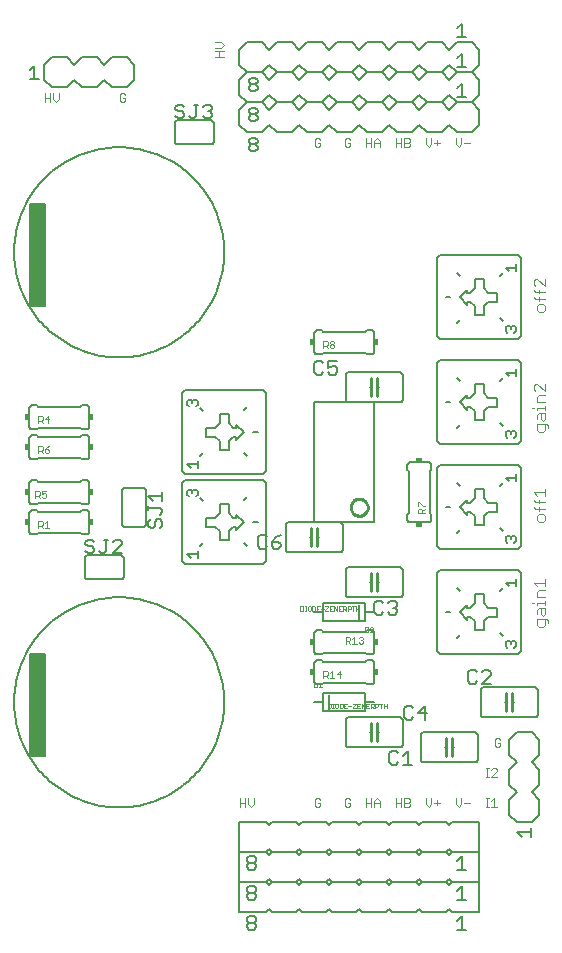
<source format=gto>
G75*
%MOIN*%
%OFA0B0*%
%FSLAX24Y24*%
%IPPOS*%
%LPD*%
%AMOC8*
5,1,8,0,0,1.08239X$1,22.5*
%
%ADD10C,0.0030*%
%ADD11C,0.0050*%
%ADD12C,0.0060*%
%ADD13R,0.0150X0.0200*%
%ADD14C,0.0020*%
%ADD15C,0.0080*%
%ADD16C,0.0100*%
%ADD17R,0.0200X0.0150*%
%ADD18C,0.0010*%
D10*
X009615Y004695D02*
X009615Y004985D01*
X009615Y004840D02*
X009808Y004840D01*
X009910Y004792D02*
X010006Y004695D01*
X010103Y004792D01*
X010103Y004985D01*
X009910Y004985D02*
X009910Y004792D01*
X009808Y004695D02*
X009808Y004985D01*
X012115Y004937D02*
X012115Y004743D01*
X012163Y004695D01*
X012260Y004695D01*
X012308Y004743D01*
X012308Y004840D01*
X012212Y004840D01*
X012308Y004937D02*
X012260Y004985D01*
X012163Y004985D01*
X012115Y004937D01*
X013115Y004937D02*
X013115Y004743D01*
X013163Y004695D01*
X013260Y004695D01*
X013308Y004743D01*
X013308Y004840D01*
X013212Y004840D01*
X013308Y004937D02*
X013260Y004985D01*
X013163Y004985D01*
X013115Y004937D01*
X013815Y004985D02*
X013815Y004695D01*
X013815Y004840D02*
X014008Y004840D01*
X014110Y004840D02*
X014303Y004840D01*
X014303Y004888D02*
X014303Y004695D01*
X014110Y004695D02*
X014110Y004888D01*
X014206Y004985D01*
X014303Y004888D01*
X014008Y004985D02*
X014008Y004695D01*
X014815Y004695D02*
X014815Y004985D01*
X014815Y004840D02*
X015008Y004840D01*
X015110Y004840D02*
X015255Y004840D01*
X015303Y004792D01*
X015303Y004743D01*
X015255Y004695D01*
X015110Y004695D01*
X015110Y004985D01*
X015255Y004985D01*
X015303Y004937D01*
X015303Y004888D01*
X015255Y004840D01*
X015008Y004985D02*
X015008Y004695D01*
X015815Y004792D02*
X015912Y004695D01*
X016008Y004792D01*
X016008Y004985D01*
X016110Y004840D02*
X016303Y004840D01*
X016206Y004937D02*
X016206Y004743D01*
X015815Y004792D02*
X015815Y004985D01*
X016815Y004985D02*
X016815Y004792D01*
X016912Y004695D01*
X017008Y004792D01*
X017008Y004985D01*
X017110Y004840D02*
X017303Y004840D01*
X017815Y004695D02*
X017912Y004695D01*
X017863Y004695D02*
X017863Y004985D01*
X017815Y004985D02*
X017912Y004985D01*
X018011Y004888D02*
X018108Y004985D01*
X018108Y004695D01*
X018011Y004695D02*
X018205Y004695D01*
X018205Y005695D02*
X018011Y005695D01*
X018205Y005888D01*
X018205Y005937D01*
X018157Y005985D01*
X018060Y005985D01*
X018011Y005937D01*
X017912Y005985D02*
X017815Y005985D01*
X017863Y005985D02*
X017863Y005695D01*
X017815Y005695D02*
X017912Y005695D01*
X018163Y006695D02*
X018260Y006695D01*
X018308Y006743D01*
X018308Y006840D01*
X018212Y006840D01*
X018308Y006937D02*
X018260Y006985D01*
X018163Y006985D01*
X018115Y006937D01*
X018115Y006743D01*
X018163Y006695D01*
X019600Y010695D02*
X019723Y010695D01*
X019785Y010757D01*
X019785Y010942D01*
X019847Y010942D02*
X019538Y010942D01*
X019538Y010757D01*
X019600Y010695D01*
X019908Y010818D02*
X019908Y010880D01*
X019847Y010942D01*
X019723Y011063D02*
X019662Y011125D01*
X019662Y011310D01*
X019600Y011310D02*
X019785Y011310D01*
X019785Y011125D01*
X019723Y011063D01*
X019538Y011125D02*
X019538Y011248D01*
X019600Y011310D01*
X019538Y011432D02*
X019538Y011493D01*
X019785Y011493D01*
X019785Y011432D02*
X019785Y011555D01*
X019785Y011677D02*
X019538Y011677D01*
X019538Y011862D01*
X019600Y011924D01*
X019785Y011924D01*
X019785Y012045D02*
X019785Y012292D01*
X019785Y012169D02*
X019415Y012169D01*
X019538Y012045D01*
X019415Y011493D02*
X019353Y011493D01*
X019600Y014195D02*
X019723Y014195D01*
X019785Y014257D01*
X019785Y014380D01*
X019723Y014442D01*
X019600Y014442D01*
X019538Y014380D01*
X019538Y014257D01*
X019600Y014195D01*
X019600Y014563D02*
X019600Y014687D01*
X019600Y014809D02*
X019600Y014932D01*
X019538Y015054D02*
X019415Y015178D01*
X019785Y015178D01*
X019785Y015301D02*
X019785Y015054D01*
X019785Y014871D02*
X019476Y014871D01*
X019415Y014932D01*
X019415Y014687D02*
X019476Y014625D01*
X019785Y014625D01*
X019723Y017195D02*
X019785Y017257D01*
X019785Y017442D01*
X019847Y017442D02*
X019538Y017442D01*
X019538Y017257D01*
X019600Y017195D01*
X019723Y017195D01*
X019908Y017318D02*
X019908Y017380D01*
X019847Y017442D01*
X019723Y017563D02*
X019662Y017625D01*
X019662Y017810D01*
X019600Y017810D02*
X019785Y017810D01*
X019785Y017625D01*
X019723Y017563D01*
X019538Y017625D02*
X019538Y017748D01*
X019600Y017810D01*
X019538Y017932D02*
X019538Y017993D01*
X019785Y017993D01*
X019785Y017932D02*
X019785Y018055D01*
X019785Y018177D02*
X019538Y018177D01*
X019538Y018362D01*
X019600Y018424D01*
X019785Y018424D01*
X019785Y018545D02*
X019538Y018792D01*
X019476Y018792D01*
X019415Y018731D01*
X019415Y018607D01*
X019476Y018545D01*
X019785Y018545D02*
X019785Y018792D01*
X019415Y017993D02*
X019353Y017993D01*
X019600Y021195D02*
X019723Y021195D01*
X019785Y021257D01*
X019785Y021380D01*
X019723Y021442D01*
X019600Y021442D01*
X019538Y021380D01*
X019538Y021257D01*
X019600Y021195D01*
X019600Y021563D02*
X019600Y021687D01*
X019600Y021809D02*
X019600Y021932D01*
X019476Y021871D02*
X019415Y021932D01*
X019476Y021871D02*
X019785Y021871D01*
X019785Y022054D02*
X019538Y022301D01*
X019476Y022301D01*
X019415Y022240D01*
X019415Y022116D01*
X019476Y022054D01*
X019415Y021687D02*
X019476Y021625D01*
X019785Y021625D01*
X019785Y022054D02*
X019785Y022301D01*
X017303Y026840D02*
X017110Y026840D01*
X017008Y026792D02*
X017008Y026985D01*
X016815Y026985D02*
X016815Y026792D01*
X016912Y026695D01*
X017008Y026792D01*
X016303Y026840D02*
X016110Y026840D01*
X016008Y026792D02*
X016008Y026985D01*
X015815Y026985D02*
X015815Y026792D01*
X015912Y026695D01*
X016008Y026792D01*
X016206Y026743D02*
X016206Y026937D01*
X015303Y026937D02*
X015303Y026888D01*
X015255Y026840D01*
X015110Y026840D01*
X015008Y026840D02*
X014815Y026840D01*
X014815Y026695D02*
X014815Y026985D01*
X015008Y026985D02*
X015008Y026695D01*
X015110Y026695D02*
X015255Y026695D01*
X015303Y026743D01*
X015303Y026792D01*
X015255Y026840D01*
X015303Y026937D02*
X015255Y026985D01*
X015110Y026985D01*
X015110Y026695D01*
X014303Y026695D02*
X014303Y026888D01*
X014206Y026985D01*
X014110Y026888D01*
X014110Y026695D01*
X014008Y026695D02*
X014008Y026985D01*
X014008Y026840D02*
X013815Y026840D01*
X013815Y026695D02*
X013815Y026985D01*
X014110Y026840D02*
X014303Y026840D01*
X013308Y026840D02*
X013212Y026840D01*
X013308Y026840D02*
X013308Y026743D01*
X013260Y026695D01*
X013163Y026695D01*
X013115Y026743D01*
X013115Y026937D01*
X013163Y026985D01*
X013260Y026985D01*
X013308Y026937D01*
X012308Y026937D02*
X012260Y026985D01*
X012163Y026985D01*
X012115Y026937D01*
X012115Y026743D01*
X012163Y026695D01*
X012260Y026695D01*
X012308Y026743D01*
X012308Y026840D01*
X012212Y026840D01*
X009085Y029695D02*
X008795Y029695D01*
X008940Y029695D02*
X008940Y029888D01*
X008988Y029990D02*
X009085Y030086D01*
X008988Y030183D01*
X008795Y030183D01*
X008795Y029990D02*
X008988Y029990D01*
X009085Y029888D02*
X008795Y029888D01*
X005808Y028437D02*
X005760Y028485D01*
X005663Y028485D01*
X005615Y028437D01*
X005615Y028243D01*
X005663Y028195D01*
X005760Y028195D01*
X005808Y028243D01*
X005808Y028340D01*
X005712Y028340D01*
X003603Y028292D02*
X003603Y028485D01*
X003603Y028292D02*
X003506Y028195D01*
X003410Y028292D01*
X003410Y028485D01*
X003308Y028485D02*
X003308Y028195D01*
X003308Y028340D02*
X003115Y028340D01*
X003115Y028195D02*
X003115Y028485D01*
D11*
X003118Y006403D02*
X002618Y006403D01*
X003118Y006403D01*
X002618Y006403D01*
X003118Y006403D01*
X003118Y009780D01*
X002618Y009780D01*
X002618Y006403D01*
X002618Y009780D01*
X003118Y009780D01*
X003118Y006403D01*
X003118Y006452D02*
X002618Y006452D01*
X003118Y006452D01*
X003118Y006500D02*
X002618Y006500D01*
X003118Y006500D01*
X003118Y006549D02*
X002618Y006549D01*
X003118Y006549D01*
X003118Y006597D02*
X002618Y006597D01*
X003118Y006597D01*
X003118Y006646D02*
X002618Y006646D01*
X003118Y006646D01*
X003118Y006694D02*
X002618Y006694D01*
X003118Y006694D01*
X003118Y006743D02*
X002618Y006743D01*
X003118Y006743D01*
X003118Y006791D02*
X002618Y006791D01*
X003118Y006791D01*
X003118Y006840D02*
X002618Y006840D01*
X003118Y006840D01*
X003118Y006888D02*
X002618Y006888D01*
X003118Y006888D01*
X003118Y006937D02*
X002618Y006937D01*
X003118Y006937D01*
X003118Y006985D02*
X002618Y006985D01*
X003118Y006985D01*
X003118Y007034D02*
X002618Y007034D01*
X003118Y007034D01*
X003118Y007082D02*
X002618Y007082D01*
X003118Y007082D01*
X003118Y007131D02*
X002618Y007131D01*
X003118Y007131D01*
X003118Y007179D02*
X002618Y007179D01*
X003118Y007179D01*
X003118Y007228D02*
X002618Y007228D01*
X003118Y007228D01*
X003118Y007276D02*
X002618Y007276D01*
X003118Y007276D01*
X003118Y007325D02*
X002618Y007325D01*
X003118Y007325D01*
X003118Y007373D02*
X002618Y007373D01*
X003118Y007373D01*
X003118Y007422D02*
X002618Y007422D01*
X003118Y007422D01*
X003118Y007470D02*
X002618Y007470D01*
X003118Y007470D01*
X003118Y007519D02*
X002618Y007519D01*
X003118Y007519D01*
X003118Y007567D02*
X002618Y007567D01*
X003118Y007567D01*
X003118Y007616D02*
X002618Y007616D01*
X003118Y007616D01*
X003118Y007664D02*
X002618Y007664D01*
X003118Y007664D01*
X003118Y007713D02*
X002618Y007713D01*
X003118Y007713D01*
X003118Y007761D02*
X002618Y007761D01*
X003118Y007761D01*
X003118Y007810D02*
X002618Y007810D01*
X003118Y007810D01*
X003118Y007858D02*
X002618Y007858D01*
X003118Y007858D01*
X003118Y007907D02*
X002618Y007907D01*
X003118Y007907D01*
X003118Y007955D02*
X002618Y007955D01*
X003118Y007955D01*
X003118Y008004D02*
X002618Y008004D01*
X003118Y008004D01*
X003118Y008052D02*
X002618Y008052D01*
X003118Y008052D01*
X003118Y008101D02*
X002618Y008101D01*
X003118Y008101D01*
X003118Y008149D02*
X002618Y008149D01*
X003118Y008149D01*
X003118Y008198D02*
X002618Y008198D01*
X003118Y008198D01*
X003118Y008246D02*
X002618Y008246D01*
X003118Y008246D01*
X003118Y008295D02*
X002618Y008295D01*
X003118Y008295D01*
X003118Y008343D02*
X002618Y008343D01*
X003118Y008343D01*
X003118Y008392D02*
X002618Y008392D01*
X003118Y008392D01*
X003118Y008440D02*
X002618Y008440D01*
X003118Y008440D01*
X003118Y008489D02*
X002618Y008489D01*
X003118Y008489D01*
X003118Y008537D02*
X002618Y008537D01*
X003118Y008537D01*
X003118Y008586D02*
X002618Y008586D01*
X003118Y008586D01*
X003118Y008634D02*
X002618Y008634D01*
X003118Y008634D01*
X003118Y008683D02*
X002618Y008683D01*
X003118Y008683D01*
X003118Y008731D02*
X002618Y008731D01*
X003118Y008731D01*
X003118Y008780D02*
X002618Y008780D01*
X003118Y008780D01*
X003118Y008828D02*
X002618Y008828D01*
X003118Y008828D01*
X003118Y008877D02*
X002618Y008877D01*
X003118Y008877D01*
X003118Y008925D02*
X002618Y008925D01*
X003118Y008925D01*
X003118Y008974D02*
X002618Y008974D01*
X003118Y008974D01*
X003118Y009022D02*
X002618Y009022D01*
X003118Y009022D01*
X003118Y009071D02*
X002618Y009071D01*
X003118Y009071D01*
X003118Y009119D02*
X002618Y009119D01*
X003118Y009119D01*
X003118Y009168D02*
X002618Y009168D01*
X003118Y009168D01*
X003118Y009216D02*
X002618Y009216D01*
X003118Y009216D01*
X003118Y009265D02*
X002618Y009265D01*
X003118Y009265D01*
X003118Y009313D02*
X002618Y009313D01*
X003118Y009313D01*
X003118Y009362D02*
X002618Y009362D01*
X003118Y009362D01*
X003118Y009410D02*
X002618Y009410D01*
X003118Y009410D01*
X003118Y009459D02*
X002618Y009459D01*
X003118Y009459D01*
X003118Y009507D02*
X002618Y009507D01*
X003118Y009507D01*
X003118Y009556D02*
X002618Y009556D01*
X003118Y009556D01*
X003118Y009604D02*
X002618Y009604D01*
X003118Y009604D01*
X003118Y009653D02*
X002618Y009653D01*
X003118Y009653D01*
X003118Y009701D02*
X002618Y009701D01*
X003118Y009701D01*
X003118Y009750D02*
X002618Y009750D01*
X003118Y009750D01*
X004550Y013155D02*
X004475Y013230D01*
X004550Y013155D02*
X004700Y013155D01*
X004775Y013230D01*
X004775Y013305D01*
X004700Y013380D01*
X004550Y013380D01*
X004475Y013455D01*
X004475Y013530D01*
X004550Y013605D01*
X004700Y013605D01*
X004775Y013530D01*
X004935Y013230D02*
X005010Y013155D01*
X005086Y013155D01*
X005161Y013230D01*
X005161Y013605D01*
X005086Y013605D02*
X005236Y013605D01*
X005396Y013530D02*
X005471Y013605D01*
X005621Y013605D01*
X005696Y013530D01*
X005696Y013455D01*
X005396Y013155D01*
X005696Y013155D01*
X006575Y014049D02*
X006575Y014199D01*
X006650Y014274D01*
X006800Y014199D02*
X006875Y014274D01*
X006950Y014274D01*
X007025Y014199D01*
X007025Y014049D01*
X006950Y013974D01*
X006800Y014049D02*
X006800Y014199D01*
X006800Y014049D02*
X006725Y013974D01*
X006650Y013974D01*
X006575Y014049D01*
X006575Y014584D02*
X006575Y014734D01*
X006575Y014659D02*
X006950Y014659D01*
X007025Y014584D01*
X007025Y014509D01*
X006950Y014434D01*
X007025Y014895D02*
X007025Y015195D01*
X007025Y015045D02*
X006575Y015045D01*
X006725Y014895D01*
X007875Y015103D02*
X007875Y015216D01*
X007931Y015273D01*
X007988Y015273D01*
X008045Y015216D01*
X008102Y015273D01*
X008158Y015273D01*
X008215Y015216D01*
X008215Y015103D01*
X008158Y015046D01*
X008045Y015159D02*
X008045Y015216D01*
X007931Y015046D02*
X007875Y015103D01*
X007988Y015996D02*
X007875Y016109D01*
X008215Y016109D01*
X008215Y015996D02*
X008215Y016223D01*
X008158Y018046D02*
X008215Y018103D01*
X008215Y018216D01*
X008158Y018273D01*
X008102Y018273D01*
X008045Y018216D01*
X008045Y018159D01*
X008045Y018216D02*
X007988Y018273D01*
X007931Y018273D01*
X007875Y018216D01*
X007875Y018103D01*
X007931Y018046D01*
X010300Y013755D02*
X010225Y013680D01*
X010225Y013380D01*
X010300Y013305D01*
X010450Y013305D01*
X010525Y013380D01*
X010685Y013380D02*
X010685Y013530D01*
X010911Y013530D01*
X010986Y013455D01*
X010986Y013380D01*
X010911Y013305D01*
X010760Y013305D01*
X010685Y013380D01*
X010685Y013530D02*
X010836Y013680D01*
X010986Y013755D01*
X010525Y013680D02*
X010450Y013755D01*
X010300Y013755D01*
X008215Y013223D02*
X008215Y012996D01*
X008215Y013109D02*
X007875Y013109D01*
X007988Y012996D01*
X002100Y008180D02*
X002102Y008298D01*
X002108Y008416D01*
X002118Y008534D01*
X002132Y008651D01*
X002150Y008768D01*
X002172Y008885D01*
X002197Y009000D01*
X002227Y009114D01*
X002261Y009228D01*
X002298Y009340D01*
X002339Y009451D01*
X002384Y009560D01*
X002432Y009668D01*
X002484Y009774D01*
X002540Y009879D01*
X002599Y009981D01*
X002661Y010081D01*
X002727Y010179D01*
X002796Y010275D01*
X002869Y010369D01*
X002944Y010460D01*
X003023Y010548D01*
X003104Y010634D01*
X003189Y010717D01*
X003276Y010797D01*
X003365Y010874D01*
X003458Y010948D01*
X003552Y011018D01*
X003649Y011086D01*
X003749Y011150D01*
X003850Y011211D01*
X003953Y011268D01*
X004059Y011322D01*
X004166Y011373D01*
X004274Y011419D01*
X004384Y011462D01*
X004496Y011501D01*
X004609Y011537D01*
X004723Y011568D01*
X004838Y011596D01*
X004953Y011620D01*
X005070Y011640D01*
X005187Y011656D01*
X005305Y011668D01*
X005423Y011676D01*
X005541Y011680D01*
X005659Y011680D01*
X005777Y011676D01*
X005895Y011668D01*
X006013Y011656D01*
X006130Y011640D01*
X006247Y011620D01*
X006362Y011596D01*
X006477Y011568D01*
X006591Y011537D01*
X006704Y011501D01*
X006816Y011462D01*
X006926Y011419D01*
X007034Y011373D01*
X007141Y011322D01*
X007247Y011268D01*
X007350Y011211D01*
X007451Y011150D01*
X007551Y011086D01*
X007648Y011018D01*
X007742Y010948D01*
X007835Y010874D01*
X007924Y010797D01*
X008011Y010717D01*
X008096Y010634D01*
X008177Y010548D01*
X008256Y010460D01*
X008331Y010369D01*
X008404Y010275D01*
X008473Y010179D01*
X008539Y010081D01*
X008601Y009981D01*
X008660Y009879D01*
X008716Y009774D01*
X008768Y009668D01*
X008816Y009560D01*
X008861Y009451D01*
X008902Y009340D01*
X008939Y009228D01*
X008973Y009114D01*
X009003Y009000D01*
X009028Y008885D01*
X009050Y008768D01*
X009068Y008651D01*
X009082Y008534D01*
X009092Y008416D01*
X009098Y008298D01*
X009100Y008180D01*
X009098Y008062D01*
X009092Y007944D01*
X009082Y007826D01*
X009068Y007709D01*
X009050Y007592D01*
X009028Y007475D01*
X009003Y007360D01*
X008973Y007246D01*
X008939Y007132D01*
X008902Y007020D01*
X008861Y006909D01*
X008816Y006800D01*
X008768Y006692D01*
X008716Y006586D01*
X008660Y006481D01*
X008601Y006379D01*
X008539Y006279D01*
X008473Y006181D01*
X008404Y006085D01*
X008331Y005991D01*
X008256Y005900D01*
X008177Y005812D01*
X008096Y005726D01*
X008011Y005643D01*
X007924Y005563D01*
X007835Y005486D01*
X007742Y005412D01*
X007648Y005342D01*
X007551Y005274D01*
X007451Y005210D01*
X007350Y005149D01*
X007247Y005092D01*
X007141Y005038D01*
X007034Y004987D01*
X006926Y004941D01*
X006816Y004898D01*
X006704Y004859D01*
X006591Y004823D01*
X006477Y004792D01*
X006362Y004764D01*
X006247Y004740D01*
X006130Y004720D01*
X006013Y004704D01*
X005895Y004692D01*
X005777Y004684D01*
X005659Y004680D01*
X005541Y004680D01*
X005423Y004684D01*
X005305Y004692D01*
X005187Y004704D01*
X005070Y004720D01*
X004953Y004740D01*
X004838Y004764D01*
X004723Y004792D01*
X004609Y004823D01*
X004496Y004859D01*
X004384Y004898D01*
X004274Y004941D01*
X004166Y004987D01*
X004059Y005038D01*
X003953Y005092D01*
X003850Y005149D01*
X003749Y005210D01*
X003649Y005274D01*
X003552Y005342D01*
X003458Y005412D01*
X003365Y005486D01*
X003276Y005563D01*
X003189Y005643D01*
X003104Y005726D01*
X003023Y005812D01*
X002944Y005900D01*
X002869Y005991D01*
X002796Y006085D01*
X002727Y006181D01*
X002661Y006279D01*
X002599Y006379D01*
X002540Y006481D01*
X002484Y006586D01*
X002432Y006692D01*
X002384Y006800D01*
X002339Y006909D01*
X002298Y007020D01*
X002261Y007132D01*
X002227Y007246D01*
X002197Y007360D01*
X002172Y007475D01*
X002150Y007592D01*
X002132Y007709D01*
X002118Y007826D01*
X002108Y007944D01*
X002102Y008062D01*
X002100Y008180D01*
X002102Y008298D01*
X002108Y008416D01*
X002118Y008534D01*
X002132Y008651D01*
X002150Y008768D01*
X002172Y008885D01*
X002197Y009000D01*
X002227Y009114D01*
X002261Y009228D01*
X002298Y009340D01*
X002339Y009451D01*
X002384Y009560D01*
X002432Y009668D01*
X002484Y009774D01*
X002540Y009879D01*
X002599Y009981D01*
X002661Y010081D01*
X002727Y010179D01*
X002796Y010275D01*
X002869Y010369D01*
X002944Y010460D01*
X003023Y010548D01*
X003104Y010634D01*
X003189Y010717D01*
X003276Y010797D01*
X003365Y010874D01*
X003458Y010948D01*
X003552Y011018D01*
X003649Y011086D01*
X003749Y011150D01*
X003850Y011211D01*
X003953Y011268D01*
X004059Y011322D01*
X004166Y011373D01*
X004274Y011419D01*
X004384Y011462D01*
X004496Y011501D01*
X004609Y011537D01*
X004723Y011568D01*
X004838Y011596D01*
X004953Y011620D01*
X005070Y011640D01*
X005187Y011656D01*
X005305Y011668D01*
X005423Y011676D01*
X005541Y011680D01*
X005659Y011680D01*
X005777Y011676D01*
X005895Y011668D01*
X006013Y011656D01*
X006130Y011640D01*
X006247Y011620D01*
X006362Y011596D01*
X006477Y011568D01*
X006591Y011537D01*
X006704Y011501D01*
X006816Y011462D01*
X006926Y011419D01*
X007034Y011373D01*
X007141Y011322D01*
X007247Y011268D01*
X007350Y011211D01*
X007451Y011150D01*
X007551Y011086D01*
X007648Y011018D01*
X007742Y010948D01*
X007835Y010874D01*
X007924Y010797D01*
X008011Y010717D01*
X008096Y010634D01*
X008177Y010548D01*
X008256Y010460D01*
X008331Y010369D01*
X008404Y010275D01*
X008473Y010179D01*
X008539Y010081D01*
X008601Y009981D01*
X008660Y009879D01*
X008716Y009774D01*
X008768Y009668D01*
X008816Y009560D01*
X008861Y009451D01*
X008902Y009340D01*
X008939Y009228D01*
X008973Y009114D01*
X009003Y009000D01*
X009028Y008885D01*
X009050Y008768D01*
X009068Y008651D01*
X009082Y008534D01*
X009092Y008416D01*
X009098Y008298D01*
X009100Y008180D01*
X009098Y008062D01*
X009092Y007944D01*
X009082Y007826D01*
X009068Y007709D01*
X009050Y007592D01*
X009028Y007475D01*
X009003Y007360D01*
X008973Y007246D01*
X008939Y007132D01*
X008902Y007020D01*
X008861Y006909D01*
X008816Y006800D01*
X008768Y006692D01*
X008716Y006586D01*
X008660Y006481D01*
X008601Y006379D01*
X008539Y006279D01*
X008473Y006181D01*
X008404Y006085D01*
X008331Y005991D01*
X008256Y005900D01*
X008177Y005812D01*
X008096Y005726D01*
X008011Y005643D01*
X007924Y005563D01*
X007835Y005486D01*
X007742Y005412D01*
X007648Y005342D01*
X007551Y005274D01*
X007451Y005210D01*
X007350Y005149D01*
X007247Y005092D01*
X007141Y005038D01*
X007034Y004987D01*
X006926Y004941D01*
X006816Y004898D01*
X006704Y004859D01*
X006591Y004823D01*
X006477Y004792D01*
X006362Y004764D01*
X006247Y004740D01*
X006130Y004720D01*
X006013Y004704D01*
X005895Y004692D01*
X005777Y004684D01*
X005659Y004680D01*
X005541Y004680D01*
X005423Y004684D01*
X005305Y004692D01*
X005187Y004704D01*
X005070Y004720D01*
X004953Y004740D01*
X004838Y004764D01*
X004723Y004792D01*
X004609Y004823D01*
X004496Y004859D01*
X004384Y004898D01*
X004274Y004941D01*
X004166Y004987D01*
X004059Y005038D01*
X003953Y005092D01*
X003850Y005149D01*
X003749Y005210D01*
X003649Y005274D01*
X003552Y005342D01*
X003458Y005412D01*
X003365Y005486D01*
X003276Y005563D01*
X003189Y005643D01*
X003104Y005726D01*
X003023Y005812D01*
X002944Y005900D01*
X002869Y005991D01*
X002796Y006085D01*
X002727Y006181D01*
X002661Y006279D01*
X002599Y006379D01*
X002540Y006481D01*
X002484Y006586D01*
X002432Y006692D01*
X002384Y006800D01*
X002339Y006909D01*
X002298Y007020D01*
X002261Y007132D01*
X002227Y007246D01*
X002197Y007360D01*
X002172Y007475D01*
X002150Y007592D01*
X002132Y007709D01*
X002118Y007826D01*
X002108Y007944D01*
X002102Y008062D01*
X002100Y008180D01*
X009865Y002980D02*
X009865Y002905D01*
X009940Y002830D01*
X010090Y002830D01*
X010165Y002755D01*
X010165Y002680D01*
X010090Y002605D01*
X009940Y002605D01*
X009865Y002680D01*
X009865Y002755D01*
X009940Y002830D01*
X010090Y002830D02*
X010165Y002905D01*
X010165Y002980D01*
X010090Y003055D01*
X009940Y003055D01*
X009865Y002980D01*
X009940Y002055D02*
X010090Y002055D01*
X010165Y001980D01*
X010165Y001905D01*
X010090Y001830D01*
X009940Y001830D01*
X009865Y001905D01*
X009865Y001980D01*
X009940Y002055D01*
X009940Y001830D02*
X009865Y001755D01*
X009865Y001680D01*
X009940Y001605D01*
X010090Y001605D01*
X010165Y001680D01*
X010165Y001755D01*
X010090Y001830D01*
X010090Y001055D02*
X009940Y001055D01*
X009865Y000980D01*
X009865Y000905D01*
X009940Y000830D01*
X010090Y000830D01*
X010165Y000755D01*
X010165Y000680D01*
X010090Y000605D01*
X009940Y000605D01*
X009865Y000680D01*
X009865Y000755D01*
X009940Y000830D01*
X010090Y000830D02*
X010165Y000905D01*
X010165Y000980D01*
X010090Y001055D01*
X014679Y006105D02*
X014829Y006105D01*
X014904Y006180D01*
X015065Y006105D02*
X015365Y006105D01*
X015215Y006105D02*
X015215Y006555D01*
X015065Y006405D01*
X014904Y006480D02*
X014829Y006555D01*
X014679Y006555D01*
X014604Y006480D01*
X014604Y006180D01*
X014679Y006105D01*
X015179Y007605D02*
X015104Y007680D01*
X015104Y007980D01*
X015179Y008055D01*
X015329Y008055D01*
X015404Y007980D01*
X015565Y007830D02*
X015865Y007830D01*
X015790Y007605D02*
X015790Y008055D01*
X015565Y007830D01*
X015404Y007680D02*
X015329Y007605D01*
X015179Y007605D01*
X017225Y008880D02*
X017300Y008805D01*
X017450Y008805D01*
X017525Y008880D01*
X017685Y008805D02*
X017986Y009105D01*
X017986Y009180D01*
X017911Y009255D01*
X017760Y009255D01*
X017685Y009180D01*
X017525Y009180D02*
X017450Y009255D01*
X017300Y009255D01*
X017225Y009180D01*
X017225Y008880D01*
X017685Y008805D02*
X017986Y008805D01*
X018541Y010005D02*
X018485Y010062D01*
X018485Y010175D01*
X018541Y010232D01*
X018598Y010232D01*
X018655Y010175D01*
X018712Y010232D01*
X018768Y010232D01*
X018825Y010175D01*
X018825Y010062D01*
X018768Y010005D01*
X018655Y010118D02*
X018655Y010175D01*
X018598Y012055D02*
X018485Y012168D01*
X018825Y012168D01*
X018825Y012055D02*
X018825Y012282D01*
X018768Y013505D02*
X018825Y013562D01*
X018825Y013675D01*
X018768Y013732D01*
X018712Y013732D01*
X018655Y013675D01*
X018655Y013618D01*
X018655Y013675D02*
X018598Y013732D01*
X018541Y013732D01*
X018485Y013675D01*
X018485Y013562D01*
X018541Y013505D01*
X018598Y015555D02*
X018485Y015668D01*
X018825Y015668D01*
X018825Y015555D02*
X018825Y015782D01*
X018768Y017005D02*
X018825Y017062D01*
X018825Y017175D01*
X018768Y017232D01*
X018712Y017232D01*
X018655Y017175D01*
X018655Y017118D01*
X018655Y017175D02*
X018598Y017232D01*
X018541Y017232D01*
X018485Y017175D01*
X018485Y017062D01*
X018541Y017005D01*
X018598Y019055D02*
X018485Y019168D01*
X018825Y019168D01*
X018825Y019055D02*
X018825Y019282D01*
X018768Y020505D02*
X018825Y020562D01*
X018825Y020675D01*
X018768Y020732D01*
X018712Y020732D01*
X018655Y020675D01*
X018655Y020618D01*
X018655Y020675D02*
X018598Y020732D01*
X018541Y020732D01*
X018485Y020675D01*
X018485Y020562D01*
X018541Y020505D01*
X018598Y022555D02*
X018485Y022668D01*
X018825Y022668D01*
X018825Y022555D02*
X018825Y022782D01*
X017165Y028355D02*
X016865Y028355D01*
X017015Y028355D02*
X017015Y028805D01*
X016865Y028655D01*
X016865Y029355D02*
X017165Y029355D01*
X017015Y029355D02*
X017015Y029805D01*
X016865Y029655D01*
X016865Y030355D02*
X017165Y030355D01*
X017015Y030355D02*
X017015Y030805D01*
X016865Y030655D01*
X010215Y028930D02*
X010215Y028855D01*
X010140Y028780D01*
X009990Y028780D01*
X009915Y028855D01*
X009915Y028930D01*
X009990Y029005D01*
X010140Y029005D01*
X010215Y028930D01*
X010140Y028780D02*
X010215Y028705D01*
X010215Y028630D01*
X010140Y028555D01*
X009990Y028555D01*
X009915Y028630D01*
X009915Y028705D01*
X009990Y028780D01*
X009990Y028005D02*
X009915Y027930D01*
X009915Y027855D01*
X009990Y027780D01*
X010140Y027780D01*
X010215Y027705D01*
X010215Y027630D01*
X010140Y027555D01*
X009990Y027555D01*
X009915Y027630D01*
X009915Y027705D01*
X009990Y027780D01*
X010140Y027780D02*
X010215Y027855D01*
X010215Y027930D01*
X010140Y028005D01*
X009990Y028005D01*
X009990Y027005D02*
X010140Y027005D01*
X010215Y026930D01*
X010215Y026855D01*
X010140Y026780D01*
X009990Y026780D01*
X009915Y026855D01*
X009915Y026930D01*
X009990Y027005D01*
X009990Y026780D02*
X009915Y026705D01*
X009915Y026630D01*
X009990Y026555D01*
X010140Y026555D01*
X010215Y026630D01*
X010215Y026705D01*
X010140Y026780D01*
X008696Y027730D02*
X008621Y027655D01*
X008471Y027655D01*
X008396Y027730D01*
X008546Y027880D02*
X008621Y027880D01*
X008696Y027805D01*
X008696Y027730D01*
X008621Y027880D02*
X008696Y027955D01*
X008696Y028030D01*
X008621Y028105D01*
X008471Y028105D01*
X008396Y028030D01*
X008236Y028105D02*
X008086Y028105D01*
X008161Y028105D02*
X008161Y027730D01*
X008086Y027655D01*
X008010Y027655D01*
X007935Y027730D01*
X007775Y027730D02*
X007700Y027655D01*
X007550Y027655D01*
X007475Y027730D01*
X007550Y027880D02*
X007475Y027955D01*
X007475Y028030D01*
X007550Y028105D01*
X007700Y028105D01*
X007775Y028030D01*
X007700Y027880D02*
X007550Y027880D01*
X007700Y027880D02*
X007775Y027805D01*
X007775Y027730D01*
X002100Y023180D02*
X002102Y023298D01*
X002108Y023416D01*
X002118Y023534D01*
X002132Y023651D01*
X002150Y023768D01*
X002172Y023885D01*
X002197Y024000D01*
X002227Y024114D01*
X002261Y024228D01*
X002298Y024340D01*
X002339Y024451D01*
X002384Y024560D01*
X002432Y024668D01*
X002484Y024774D01*
X002540Y024879D01*
X002599Y024981D01*
X002661Y025081D01*
X002727Y025179D01*
X002796Y025275D01*
X002869Y025369D01*
X002944Y025460D01*
X003023Y025548D01*
X003104Y025634D01*
X003189Y025717D01*
X003276Y025797D01*
X003365Y025874D01*
X003458Y025948D01*
X003552Y026018D01*
X003649Y026086D01*
X003749Y026150D01*
X003850Y026211D01*
X003953Y026268D01*
X004059Y026322D01*
X004166Y026373D01*
X004274Y026419D01*
X004384Y026462D01*
X004496Y026501D01*
X004609Y026537D01*
X004723Y026568D01*
X004838Y026596D01*
X004953Y026620D01*
X005070Y026640D01*
X005187Y026656D01*
X005305Y026668D01*
X005423Y026676D01*
X005541Y026680D01*
X005659Y026680D01*
X005777Y026676D01*
X005895Y026668D01*
X006013Y026656D01*
X006130Y026640D01*
X006247Y026620D01*
X006362Y026596D01*
X006477Y026568D01*
X006591Y026537D01*
X006704Y026501D01*
X006816Y026462D01*
X006926Y026419D01*
X007034Y026373D01*
X007141Y026322D01*
X007247Y026268D01*
X007350Y026211D01*
X007451Y026150D01*
X007551Y026086D01*
X007648Y026018D01*
X007742Y025948D01*
X007835Y025874D01*
X007924Y025797D01*
X008011Y025717D01*
X008096Y025634D01*
X008177Y025548D01*
X008256Y025460D01*
X008331Y025369D01*
X008404Y025275D01*
X008473Y025179D01*
X008539Y025081D01*
X008601Y024981D01*
X008660Y024879D01*
X008716Y024774D01*
X008768Y024668D01*
X008816Y024560D01*
X008861Y024451D01*
X008902Y024340D01*
X008939Y024228D01*
X008973Y024114D01*
X009003Y024000D01*
X009028Y023885D01*
X009050Y023768D01*
X009068Y023651D01*
X009082Y023534D01*
X009092Y023416D01*
X009098Y023298D01*
X009100Y023180D01*
X009098Y023062D01*
X009092Y022944D01*
X009082Y022826D01*
X009068Y022709D01*
X009050Y022592D01*
X009028Y022475D01*
X009003Y022360D01*
X008973Y022246D01*
X008939Y022132D01*
X008902Y022020D01*
X008861Y021909D01*
X008816Y021800D01*
X008768Y021692D01*
X008716Y021586D01*
X008660Y021481D01*
X008601Y021379D01*
X008539Y021279D01*
X008473Y021181D01*
X008404Y021085D01*
X008331Y020991D01*
X008256Y020900D01*
X008177Y020812D01*
X008096Y020726D01*
X008011Y020643D01*
X007924Y020563D01*
X007835Y020486D01*
X007742Y020412D01*
X007648Y020342D01*
X007551Y020274D01*
X007451Y020210D01*
X007350Y020149D01*
X007247Y020092D01*
X007141Y020038D01*
X007034Y019987D01*
X006926Y019941D01*
X006816Y019898D01*
X006704Y019859D01*
X006591Y019823D01*
X006477Y019792D01*
X006362Y019764D01*
X006247Y019740D01*
X006130Y019720D01*
X006013Y019704D01*
X005895Y019692D01*
X005777Y019684D01*
X005659Y019680D01*
X005541Y019680D01*
X005423Y019684D01*
X005305Y019692D01*
X005187Y019704D01*
X005070Y019720D01*
X004953Y019740D01*
X004838Y019764D01*
X004723Y019792D01*
X004609Y019823D01*
X004496Y019859D01*
X004384Y019898D01*
X004274Y019941D01*
X004166Y019987D01*
X004059Y020038D01*
X003953Y020092D01*
X003850Y020149D01*
X003749Y020210D01*
X003649Y020274D01*
X003552Y020342D01*
X003458Y020412D01*
X003365Y020486D01*
X003276Y020563D01*
X003189Y020643D01*
X003104Y020726D01*
X003023Y020812D01*
X002944Y020900D01*
X002869Y020991D01*
X002796Y021085D01*
X002727Y021181D01*
X002661Y021279D01*
X002599Y021379D01*
X002540Y021481D01*
X002484Y021586D01*
X002432Y021692D01*
X002384Y021800D01*
X002339Y021909D01*
X002298Y022020D01*
X002261Y022132D01*
X002227Y022246D01*
X002197Y022360D01*
X002172Y022475D01*
X002150Y022592D01*
X002132Y022709D01*
X002118Y022826D01*
X002108Y022944D01*
X002102Y023062D01*
X002100Y023180D01*
X002618Y023184D02*
X003118Y023184D01*
X002618Y023184D01*
X002618Y023136D02*
X003118Y023136D01*
X002618Y023136D01*
X002618Y023087D02*
X003118Y023087D01*
X002618Y023087D01*
X002618Y023039D02*
X003118Y023039D01*
X002618Y023039D01*
X002618Y022990D02*
X003118Y022990D01*
X002618Y022990D01*
X002618Y022942D02*
X003118Y022942D01*
X002618Y022942D01*
X002618Y022893D02*
X003118Y022893D01*
X002618Y022893D01*
X002618Y022845D02*
X003118Y022845D01*
X002618Y022845D01*
X002618Y022796D02*
X003118Y022796D01*
X002618Y022796D01*
X002618Y022748D02*
X003118Y022748D01*
X002618Y022748D01*
X002618Y022699D02*
X003118Y022699D01*
X002618Y022699D01*
X002618Y022651D02*
X003118Y022651D01*
X002618Y022651D01*
X002618Y022602D02*
X003118Y022602D01*
X002618Y022602D01*
X002618Y022554D02*
X003118Y022554D01*
X002618Y022554D01*
X002618Y022505D02*
X003118Y022505D01*
X002618Y022505D01*
X002618Y022457D02*
X003118Y022457D01*
X002618Y022457D01*
X002618Y022408D02*
X003118Y022408D01*
X002618Y022408D01*
X002618Y022360D02*
X003118Y022360D01*
X002618Y022360D01*
X002618Y022311D02*
X003118Y022311D01*
X002618Y022311D01*
X002618Y022263D02*
X003118Y022263D01*
X002618Y022263D01*
X002618Y022214D02*
X003118Y022214D01*
X002618Y022214D01*
X002618Y022166D02*
X003118Y022166D01*
X002618Y022166D01*
X002618Y022117D02*
X003118Y022117D01*
X002618Y022117D01*
X002618Y022069D02*
X003118Y022069D01*
X002618Y022069D01*
X002618Y022020D02*
X003118Y022020D01*
X002618Y022020D01*
X002618Y021972D02*
X003118Y021972D01*
X002618Y021972D01*
X002618Y021923D02*
X003118Y021923D01*
X002618Y021923D01*
X002618Y021875D02*
X003118Y021875D01*
X002618Y021875D01*
X002618Y021826D02*
X003118Y021826D01*
X002618Y021826D01*
X002618Y021778D02*
X003118Y021778D01*
X002618Y021778D01*
X002618Y021729D02*
X003118Y021729D01*
X002618Y021729D01*
X002618Y021681D02*
X003118Y021681D01*
X002618Y021681D01*
X002618Y021632D02*
X003118Y021632D01*
X002618Y021632D01*
X002618Y021584D02*
X003118Y021584D01*
X002618Y021584D01*
X002618Y021535D02*
X003118Y021535D01*
X002618Y021535D01*
X002618Y021487D02*
X003118Y021487D01*
X002618Y021487D01*
X002618Y021438D02*
X003118Y021438D01*
X002618Y021438D01*
X002618Y021403D02*
X003118Y021403D01*
X003118Y024780D01*
X002618Y024780D01*
X002618Y021403D01*
X003118Y021403D01*
X003118Y024780D01*
X002618Y024780D01*
X002618Y021403D01*
X002618Y023233D02*
X003118Y023233D01*
X002618Y023233D01*
X002618Y023281D02*
X003118Y023281D01*
X002618Y023281D01*
X002618Y023330D02*
X003118Y023330D01*
X002618Y023330D01*
X002618Y023378D02*
X003118Y023378D01*
X002618Y023378D01*
X002618Y023427D02*
X003118Y023427D01*
X002618Y023427D01*
X002618Y023475D02*
X003118Y023475D01*
X002618Y023475D01*
X002618Y023524D02*
X003118Y023524D01*
X002618Y023524D01*
X002618Y023572D02*
X003118Y023572D01*
X002618Y023572D01*
X002618Y023621D02*
X003118Y023621D01*
X002618Y023621D01*
X002618Y023669D02*
X003118Y023669D01*
X002618Y023669D01*
X002618Y023718D02*
X003118Y023718D01*
X002618Y023718D01*
X002618Y023766D02*
X003118Y023766D01*
X002618Y023766D01*
X002618Y023815D02*
X003118Y023815D01*
X002618Y023815D01*
X002618Y023863D02*
X003118Y023863D01*
X002618Y023863D01*
X002618Y023912D02*
X003118Y023912D01*
X002618Y023912D01*
X002618Y023960D02*
X003118Y023960D01*
X002618Y023960D01*
X002618Y024009D02*
X003118Y024009D01*
X002618Y024009D01*
X002618Y024057D02*
X003118Y024057D01*
X002618Y024057D01*
X002618Y024106D02*
X003118Y024106D01*
X002618Y024106D01*
X002618Y024154D02*
X003118Y024154D01*
X002618Y024154D01*
X002618Y024203D02*
X003118Y024203D01*
X002618Y024203D01*
X002618Y024251D02*
X003118Y024251D01*
X002618Y024251D01*
X002618Y024300D02*
X003118Y024300D01*
X002618Y024300D01*
X002618Y024348D02*
X003118Y024348D01*
X002618Y024348D01*
X002618Y024397D02*
X003118Y024397D01*
X002618Y024397D01*
X002618Y024445D02*
X003118Y024445D01*
X002618Y024445D01*
X002618Y024494D02*
X003118Y024494D01*
X002618Y024494D01*
X002618Y024542D02*
X003118Y024542D01*
X002618Y024542D01*
X002618Y024591D02*
X003118Y024591D01*
X002618Y024591D01*
X002618Y024639D02*
X003118Y024639D01*
X002618Y024639D01*
X002618Y024688D02*
X003118Y024688D01*
X002618Y024688D01*
X002618Y024736D02*
X003118Y024736D01*
X002618Y024736D01*
X002100Y023180D02*
X002102Y023298D01*
X002108Y023416D01*
X002118Y023534D01*
X002132Y023651D01*
X002150Y023768D01*
X002172Y023885D01*
X002197Y024000D01*
X002227Y024114D01*
X002261Y024228D01*
X002298Y024340D01*
X002339Y024451D01*
X002384Y024560D01*
X002432Y024668D01*
X002484Y024774D01*
X002540Y024879D01*
X002599Y024981D01*
X002661Y025081D01*
X002727Y025179D01*
X002796Y025275D01*
X002869Y025369D01*
X002944Y025460D01*
X003023Y025548D01*
X003104Y025634D01*
X003189Y025717D01*
X003276Y025797D01*
X003365Y025874D01*
X003458Y025948D01*
X003552Y026018D01*
X003649Y026086D01*
X003749Y026150D01*
X003850Y026211D01*
X003953Y026268D01*
X004059Y026322D01*
X004166Y026373D01*
X004274Y026419D01*
X004384Y026462D01*
X004496Y026501D01*
X004609Y026537D01*
X004723Y026568D01*
X004838Y026596D01*
X004953Y026620D01*
X005070Y026640D01*
X005187Y026656D01*
X005305Y026668D01*
X005423Y026676D01*
X005541Y026680D01*
X005659Y026680D01*
X005777Y026676D01*
X005895Y026668D01*
X006013Y026656D01*
X006130Y026640D01*
X006247Y026620D01*
X006362Y026596D01*
X006477Y026568D01*
X006591Y026537D01*
X006704Y026501D01*
X006816Y026462D01*
X006926Y026419D01*
X007034Y026373D01*
X007141Y026322D01*
X007247Y026268D01*
X007350Y026211D01*
X007451Y026150D01*
X007551Y026086D01*
X007648Y026018D01*
X007742Y025948D01*
X007835Y025874D01*
X007924Y025797D01*
X008011Y025717D01*
X008096Y025634D01*
X008177Y025548D01*
X008256Y025460D01*
X008331Y025369D01*
X008404Y025275D01*
X008473Y025179D01*
X008539Y025081D01*
X008601Y024981D01*
X008660Y024879D01*
X008716Y024774D01*
X008768Y024668D01*
X008816Y024560D01*
X008861Y024451D01*
X008902Y024340D01*
X008939Y024228D01*
X008973Y024114D01*
X009003Y024000D01*
X009028Y023885D01*
X009050Y023768D01*
X009068Y023651D01*
X009082Y023534D01*
X009092Y023416D01*
X009098Y023298D01*
X009100Y023180D01*
X009098Y023062D01*
X009092Y022944D01*
X009082Y022826D01*
X009068Y022709D01*
X009050Y022592D01*
X009028Y022475D01*
X009003Y022360D01*
X008973Y022246D01*
X008939Y022132D01*
X008902Y022020D01*
X008861Y021909D01*
X008816Y021800D01*
X008768Y021692D01*
X008716Y021586D01*
X008660Y021481D01*
X008601Y021379D01*
X008539Y021279D01*
X008473Y021181D01*
X008404Y021085D01*
X008331Y020991D01*
X008256Y020900D01*
X008177Y020812D01*
X008096Y020726D01*
X008011Y020643D01*
X007924Y020563D01*
X007835Y020486D01*
X007742Y020412D01*
X007648Y020342D01*
X007551Y020274D01*
X007451Y020210D01*
X007350Y020149D01*
X007247Y020092D01*
X007141Y020038D01*
X007034Y019987D01*
X006926Y019941D01*
X006816Y019898D01*
X006704Y019859D01*
X006591Y019823D01*
X006477Y019792D01*
X006362Y019764D01*
X006247Y019740D01*
X006130Y019720D01*
X006013Y019704D01*
X005895Y019692D01*
X005777Y019684D01*
X005659Y019680D01*
X005541Y019680D01*
X005423Y019684D01*
X005305Y019692D01*
X005187Y019704D01*
X005070Y019720D01*
X004953Y019740D01*
X004838Y019764D01*
X004723Y019792D01*
X004609Y019823D01*
X004496Y019859D01*
X004384Y019898D01*
X004274Y019941D01*
X004166Y019987D01*
X004059Y020038D01*
X003953Y020092D01*
X003850Y020149D01*
X003749Y020210D01*
X003649Y020274D01*
X003552Y020342D01*
X003458Y020412D01*
X003365Y020486D01*
X003276Y020563D01*
X003189Y020643D01*
X003104Y020726D01*
X003023Y020812D01*
X002944Y020900D01*
X002869Y020991D01*
X002796Y021085D01*
X002727Y021181D01*
X002661Y021279D01*
X002599Y021379D01*
X002540Y021481D01*
X002484Y021586D01*
X002432Y021692D01*
X002384Y021800D01*
X002339Y021909D01*
X002298Y022020D01*
X002261Y022132D01*
X002227Y022246D01*
X002197Y022360D01*
X002172Y022475D01*
X002150Y022592D01*
X002132Y022709D01*
X002118Y022826D01*
X002108Y022944D01*
X002102Y023062D01*
X002100Y023180D01*
X002625Y028955D02*
X002925Y028955D01*
X002775Y028955D02*
X002775Y029405D01*
X002625Y029255D01*
X012179Y019555D02*
X012104Y019480D01*
X012104Y019180D01*
X012179Y019105D01*
X012329Y019105D01*
X012404Y019180D01*
X012565Y019180D02*
X012640Y019105D01*
X012790Y019105D01*
X012865Y019180D01*
X012865Y019330D01*
X012790Y019405D01*
X012715Y019405D01*
X012565Y019330D01*
X012565Y019555D01*
X012865Y019555D01*
X012404Y019480D02*
X012329Y019555D01*
X012179Y019555D01*
X014179Y011555D02*
X014104Y011480D01*
X014104Y011180D01*
X014179Y011105D01*
X014329Y011105D01*
X014404Y011180D01*
X014565Y011180D02*
X014640Y011105D01*
X014790Y011105D01*
X014865Y011180D01*
X014865Y011255D01*
X014790Y011330D01*
X014715Y011330D01*
X014790Y011330D02*
X014865Y011405D01*
X014865Y011480D01*
X014790Y011555D01*
X014640Y011555D01*
X014565Y011480D01*
X014404Y011480D02*
X014329Y011555D01*
X014179Y011555D01*
X018875Y003855D02*
X019325Y003855D01*
X019325Y003705D02*
X019325Y004005D01*
X019025Y003705D02*
X018875Y003855D01*
X017165Y002605D02*
X016865Y002605D01*
X017015Y002605D02*
X017015Y003055D01*
X016865Y002905D01*
X017015Y002055D02*
X017015Y001605D01*
X016865Y001605D02*
X017165Y001605D01*
X016865Y001905D02*
X017015Y002055D01*
X017015Y001055D02*
X017015Y000605D01*
X016865Y000605D02*
X017165Y000605D01*
X016865Y000905D02*
X017015Y001055D01*
D12*
X016700Y001180D02*
X017600Y001180D01*
X017600Y002180D01*
X016700Y002180D01*
X016600Y002080D01*
X016500Y002180D01*
X015700Y002180D01*
X015600Y002080D01*
X015500Y002180D01*
X014700Y002180D01*
X014600Y002080D01*
X014500Y002180D01*
X013700Y002180D01*
X013600Y002080D01*
X013500Y002180D01*
X012700Y002180D01*
X012600Y002080D01*
X012500Y002180D01*
X011700Y002180D01*
X011600Y002080D01*
X011500Y002180D01*
X010700Y002180D01*
X010600Y002080D01*
X010500Y002180D01*
X009600Y002180D01*
X009600Y001180D01*
X010500Y001180D01*
X010600Y001280D01*
X010700Y001180D01*
X011500Y001180D01*
X011600Y001280D01*
X011700Y001180D01*
X012500Y001180D01*
X012600Y001280D01*
X012700Y001180D01*
X013500Y001180D01*
X013600Y001280D01*
X013700Y001180D01*
X014500Y001180D01*
X014600Y001280D01*
X014700Y001180D01*
X015500Y001180D01*
X015600Y001280D01*
X015700Y001180D01*
X016500Y001180D01*
X016600Y001280D01*
X016700Y001180D01*
X016700Y002180D02*
X017600Y002180D01*
X017600Y003180D01*
X016700Y003180D01*
X016600Y003280D01*
X016500Y003180D01*
X015700Y003180D01*
X015600Y003280D01*
X015500Y003180D01*
X014700Y003180D01*
X014600Y003280D01*
X014500Y003180D01*
X013700Y003180D01*
X013600Y003280D01*
X013500Y003180D01*
X012700Y003180D01*
X012600Y003280D01*
X012500Y003180D01*
X011700Y003180D01*
X011600Y003280D01*
X011500Y003180D01*
X010700Y003180D01*
X010600Y003280D01*
X010500Y003180D01*
X009600Y003180D01*
X009600Y004180D01*
X010500Y004180D01*
X010600Y004080D01*
X010700Y004180D01*
X011500Y004180D01*
X011600Y004080D01*
X011700Y004180D01*
X012500Y004180D01*
X012600Y004080D01*
X012700Y004180D01*
X013500Y004180D01*
X013600Y004080D01*
X013700Y004180D01*
X014500Y004180D01*
X014600Y004080D01*
X014700Y004180D01*
X015500Y004180D01*
X015600Y004080D01*
X015700Y004180D01*
X016500Y004180D01*
X016600Y004080D01*
X016700Y004180D01*
X017600Y004180D01*
X017600Y003180D01*
X016700Y003180D01*
X016600Y003080D01*
X016500Y003180D01*
X015700Y003180D01*
X015600Y003080D01*
X015500Y003180D01*
X014700Y003180D01*
X014600Y003080D01*
X014500Y003180D01*
X013700Y003180D01*
X013600Y003080D01*
X013500Y003180D01*
X012700Y003180D01*
X012600Y003080D01*
X012500Y003180D01*
X011700Y003180D01*
X011600Y003080D01*
X011500Y003180D01*
X010700Y003180D01*
X010600Y003080D01*
X010500Y003180D01*
X009600Y003180D01*
X009600Y002180D01*
X010500Y002180D01*
X010600Y002280D01*
X010700Y002180D01*
X011500Y002180D01*
X011600Y002280D01*
X011700Y002180D01*
X012500Y002180D01*
X012600Y002280D01*
X012700Y002180D01*
X013500Y002180D01*
X013600Y002280D01*
X013700Y002180D01*
X014500Y002180D01*
X014600Y002280D01*
X014700Y002180D01*
X015500Y002180D01*
X015600Y002280D01*
X015700Y002180D01*
X016500Y002180D01*
X016600Y002280D01*
X016700Y002180D01*
X018850Y004180D02*
X018600Y004430D01*
X018600Y004930D01*
X018850Y005180D01*
X018600Y005430D01*
X018600Y005930D01*
X018850Y006180D01*
X018600Y006430D01*
X018600Y006930D01*
X018850Y007180D01*
X019350Y007180D01*
X019600Y006930D01*
X019600Y006430D01*
X019350Y006180D01*
X019600Y005930D01*
X019600Y005430D01*
X019350Y005180D01*
X019600Y004930D01*
X019600Y004430D01*
X019350Y004180D01*
X018850Y004180D01*
X017450Y006180D02*
X015750Y006180D01*
X015733Y006182D01*
X015716Y006186D01*
X015700Y006193D01*
X015686Y006203D01*
X015673Y006216D01*
X015663Y006230D01*
X015656Y006246D01*
X015652Y006263D01*
X015650Y006280D01*
X015650Y007080D01*
X015652Y007097D01*
X015656Y007114D01*
X015663Y007130D01*
X015673Y007144D01*
X015686Y007157D01*
X015700Y007167D01*
X015716Y007174D01*
X015733Y007178D01*
X015750Y007180D01*
X017450Y007180D01*
X017467Y007178D01*
X017484Y007174D01*
X017500Y007167D01*
X017514Y007157D01*
X017527Y007144D01*
X017537Y007130D01*
X017544Y007114D01*
X017548Y007097D01*
X017550Y007080D01*
X017550Y006280D01*
X017548Y006263D01*
X017544Y006246D01*
X017537Y006230D01*
X017527Y006216D01*
X017514Y006203D01*
X017500Y006193D01*
X017484Y006186D01*
X017467Y006182D01*
X017450Y006180D01*
X016750Y006680D02*
X016700Y006680D01*
X016500Y006680D02*
X016450Y006680D01*
X017650Y007780D02*
X017650Y008580D01*
X017652Y008597D01*
X017656Y008614D01*
X017663Y008630D01*
X017673Y008644D01*
X017686Y008657D01*
X017700Y008667D01*
X017716Y008674D01*
X017733Y008678D01*
X017750Y008680D01*
X019450Y008680D01*
X019467Y008678D01*
X019484Y008674D01*
X019500Y008667D01*
X019514Y008657D01*
X019527Y008644D01*
X019537Y008630D01*
X019544Y008614D01*
X019548Y008597D01*
X019550Y008580D01*
X019550Y007780D01*
X019548Y007763D01*
X019544Y007746D01*
X019537Y007730D01*
X019527Y007716D01*
X019514Y007703D01*
X019500Y007693D01*
X019484Y007686D01*
X019467Y007682D01*
X019450Y007680D01*
X017750Y007680D01*
X017733Y007682D01*
X017716Y007686D01*
X017700Y007693D01*
X017686Y007703D01*
X017673Y007716D01*
X017663Y007730D01*
X017656Y007746D01*
X017652Y007763D01*
X017650Y007780D01*
X018450Y008180D02*
X018500Y008180D01*
X018700Y008180D02*
X018750Y008180D01*
X018900Y009780D02*
X016300Y009780D01*
X016200Y009880D01*
X016200Y012480D01*
X016300Y012580D01*
X018900Y012580D01*
X019000Y012480D01*
X019000Y009880D01*
X018900Y009780D01*
X018400Y010380D02*
X018300Y010480D01*
X018200Y011030D02*
X017900Y011030D01*
X017750Y010880D01*
X017750Y010580D01*
X017450Y010580D01*
X017450Y010880D01*
X017300Y011030D01*
X017200Y011030D01*
X017200Y010930D01*
X016950Y011180D01*
X017200Y011430D01*
X017200Y011330D01*
X017300Y011330D01*
X017450Y011480D01*
X017450Y011780D01*
X017750Y011780D01*
X017750Y011480D01*
X017900Y011330D01*
X018200Y011330D01*
X018200Y011030D01*
X018300Y011880D02*
X018400Y011980D01*
X018900Y013280D02*
X016300Y013280D01*
X016200Y013380D01*
X016200Y015980D01*
X016300Y016080D01*
X018900Y016080D01*
X019000Y015980D01*
X019000Y013380D01*
X018900Y013280D01*
X018400Y013880D02*
X018300Y013980D01*
X018200Y014530D02*
X017900Y014530D01*
X017750Y014380D01*
X017750Y014080D01*
X017450Y014080D01*
X017450Y014380D01*
X017300Y014530D01*
X017200Y014530D01*
X017200Y014430D01*
X016950Y014680D01*
X017200Y014930D01*
X017200Y014830D01*
X017300Y014830D01*
X017450Y014980D01*
X017450Y015280D01*
X017750Y015280D01*
X017750Y014980D01*
X017900Y014830D01*
X018200Y014830D01*
X018200Y014530D01*
X018300Y015380D02*
X018400Y015480D01*
X018900Y016780D02*
X016300Y016780D01*
X016200Y016880D01*
X016200Y019480D01*
X016300Y019580D01*
X018900Y019580D01*
X019000Y019480D01*
X019000Y016880D01*
X018900Y016780D01*
X018400Y017380D02*
X018300Y017480D01*
X018200Y018030D02*
X017900Y018030D01*
X017750Y017880D01*
X017750Y017580D01*
X017450Y017580D01*
X017450Y017880D01*
X017300Y018030D01*
X017200Y018030D01*
X017200Y017930D01*
X016950Y018180D01*
X017200Y018430D01*
X017200Y018330D01*
X017300Y018330D01*
X017450Y018480D01*
X017450Y018780D01*
X017750Y018780D01*
X017750Y018480D01*
X017900Y018330D01*
X018200Y018330D01*
X018200Y018030D01*
X018300Y018880D02*
X018400Y018980D01*
X018900Y020280D02*
X016300Y020280D01*
X016200Y020380D01*
X016200Y022980D01*
X016300Y023080D01*
X018900Y023080D01*
X019000Y022980D01*
X019000Y020380D01*
X018900Y020280D01*
X018400Y020880D02*
X018300Y020980D01*
X018200Y021530D02*
X017900Y021530D01*
X017750Y021380D01*
X017750Y021080D01*
X017450Y021080D01*
X017450Y021380D01*
X017300Y021530D01*
X017200Y021530D01*
X017200Y021430D01*
X016950Y021680D01*
X017200Y021930D01*
X017200Y021830D01*
X017300Y021830D01*
X017450Y021980D01*
X017450Y022280D01*
X017750Y022280D01*
X017750Y021980D01*
X017900Y021830D01*
X018200Y021830D01*
X018200Y021530D01*
X018300Y022380D02*
X018400Y022480D01*
X016950Y022380D02*
X016850Y022480D01*
X016630Y021680D02*
X016480Y021680D01*
X016950Y020930D02*
X016850Y020830D01*
X016850Y018980D02*
X016950Y018880D01*
X016630Y018180D02*
X016480Y018180D01*
X016950Y017430D02*
X016850Y017330D01*
X015900Y016180D02*
X015300Y016180D01*
X015283Y016178D01*
X015266Y016174D01*
X015250Y016167D01*
X015236Y016157D01*
X015223Y016144D01*
X015213Y016130D01*
X015206Y016114D01*
X015202Y016097D01*
X015200Y016080D01*
X015200Y015930D01*
X015250Y015880D01*
X015250Y014480D01*
X015200Y014430D01*
X015200Y014280D01*
X015202Y014263D01*
X015206Y014246D01*
X015213Y014230D01*
X015223Y014216D01*
X015236Y014203D01*
X015250Y014193D01*
X015266Y014186D01*
X015283Y014182D01*
X015300Y014180D01*
X015900Y014180D01*
X015917Y014182D01*
X015934Y014186D01*
X015950Y014193D01*
X015964Y014203D01*
X015977Y014216D01*
X015987Y014230D01*
X015994Y014246D01*
X015998Y014263D01*
X016000Y014280D01*
X016000Y014430D01*
X015950Y014480D01*
X015950Y015880D01*
X016000Y015930D01*
X016000Y016080D01*
X015998Y016097D01*
X015994Y016114D01*
X015987Y016130D01*
X015977Y016144D01*
X015964Y016157D01*
X015950Y016167D01*
X015934Y016174D01*
X015917Y016178D01*
X015900Y016180D01*
X016850Y015480D02*
X016950Y015380D01*
X016630Y014680D02*
X016480Y014680D01*
X016950Y013930D02*
X016850Y013830D01*
X016850Y011980D02*
X016950Y011880D01*
X016630Y011180D02*
X016480Y011180D01*
X016950Y010430D02*
X016850Y010330D01*
X015050Y011780D02*
X015050Y012580D01*
X015048Y012597D01*
X015044Y012614D01*
X015037Y012630D01*
X015027Y012644D01*
X015014Y012657D01*
X015000Y012667D01*
X014984Y012674D01*
X014967Y012678D01*
X014950Y012680D01*
X013250Y012680D01*
X013233Y012678D01*
X013216Y012674D01*
X013200Y012667D01*
X013186Y012657D01*
X013173Y012644D01*
X013163Y012630D01*
X013156Y012614D01*
X013152Y012597D01*
X013150Y012580D01*
X013150Y011780D01*
X013152Y011763D01*
X013156Y011746D01*
X013163Y011730D01*
X013173Y011716D01*
X013186Y011703D01*
X013200Y011693D01*
X013216Y011686D01*
X013233Y011682D01*
X013250Y011680D01*
X014950Y011680D01*
X014967Y011682D01*
X014984Y011686D01*
X015000Y011693D01*
X015014Y011703D01*
X015027Y011716D01*
X015037Y011730D01*
X015044Y011746D01*
X015048Y011763D01*
X015050Y011780D01*
X014250Y012180D02*
X014200Y012180D01*
X014000Y012180D02*
X013950Y012180D01*
X012950Y013180D02*
X011250Y013180D01*
X011233Y013182D01*
X011216Y013186D01*
X011200Y013193D01*
X011186Y013203D01*
X011173Y013216D01*
X011163Y013230D01*
X011156Y013246D01*
X011152Y013263D01*
X011150Y013280D01*
X011150Y014080D01*
X011152Y014097D01*
X011156Y014114D01*
X011163Y014130D01*
X011173Y014144D01*
X011186Y014157D01*
X011200Y014167D01*
X011216Y014174D01*
X011233Y014178D01*
X011250Y014180D01*
X012950Y014180D01*
X012967Y014178D01*
X012984Y014174D01*
X013000Y014167D01*
X013014Y014157D01*
X013027Y014144D01*
X013037Y014130D01*
X013044Y014114D01*
X013048Y014097D01*
X013050Y014080D01*
X013050Y013280D01*
X013048Y013263D01*
X013044Y013246D01*
X013037Y013230D01*
X013027Y013216D01*
X013014Y013203D01*
X013000Y013193D01*
X012984Y013186D01*
X012967Y013182D01*
X012950Y013180D01*
X012250Y013680D02*
X012200Y013680D01*
X012000Y013680D02*
X011950Y013680D01*
X010500Y012880D02*
X010400Y012780D01*
X007800Y012780D01*
X007700Y012880D01*
X007700Y015480D01*
X007800Y015580D01*
X010400Y015580D01*
X010500Y015480D01*
X010500Y012880D01*
X009850Y013380D02*
X009750Y013480D01*
X009250Y013580D02*
X009250Y013880D01*
X009400Y014030D01*
X009500Y014030D01*
X009500Y013930D01*
X009750Y014180D01*
X009500Y014430D01*
X009500Y014330D01*
X009400Y014330D01*
X009250Y014480D01*
X009250Y014780D01*
X008950Y014780D01*
X008950Y014480D01*
X008800Y014330D01*
X008500Y014330D01*
X008500Y014030D01*
X008800Y014030D01*
X008950Y013880D01*
X008950Y013580D01*
X009250Y013580D01*
X008400Y013480D02*
X008300Y013380D01*
X008400Y014880D02*
X008300Y014980D01*
X007800Y015780D02*
X010400Y015780D01*
X010500Y015880D01*
X010500Y018480D01*
X010400Y018580D01*
X007800Y018580D01*
X007700Y018480D01*
X007700Y015880D01*
X007800Y015780D01*
X008300Y016380D02*
X008400Y016480D01*
X008500Y017030D02*
X008800Y017030D01*
X008950Y016880D01*
X008950Y016580D01*
X009250Y016580D01*
X009250Y016880D01*
X009400Y017030D01*
X009500Y017030D01*
X009500Y016930D01*
X009750Y017180D01*
X009500Y017430D01*
X009500Y017330D01*
X009400Y017330D01*
X009250Y017480D01*
X009250Y017780D01*
X008950Y017780D01*
X008950Y017480D01*
X008800Y017330D01*
X008500Y017330D01*
X008500Y017030D01*
X008400Y017880D02*
X008300Y017980D01*
X009750Y017930D02*
X009850Y018030D01*
X010070Y017180D02*
X010220Y017180D01*
X009750Y016480D02*
X009850Y016380D01*
X009850Y015030D02*
X009750Y014930D01*
X010070Y014180D02*
X010220Y014180D01*
X012200Y010580D02*
X012350Y010580D01*
X012400Y010530D01*
X013800Y010530D01*
X013850Y010580D01*
X014000Y010580D01*
X014017Y010578D01*
X014034Y010574D01*
X014050Y010567D01*
X014064Y010557D01*
X014077Y010544D01*
X014087Y010530D01*
X014094Y010514D01*
X014098Y010497D01*
X014100Y010480D01*
X014100Y009880D01*
X014098Y009863D01*
X014094Y009846D01*
X014087Y009830D01*
X014077Y009816D01*
X014064Y009803D01*
X014050Y009793D01*
X014034Y009786D01*
X014017Y009782D01*
X014000Y009780D01*
X013850Y009780D01*
X013800Y009830D01*
X012400Y009830D01*
X012350Y009780D01*
X012200Y009780D01*
X012183Y009782D01*
X012166Y009786D01*
X012150Y009793D01*
X012136Y009803D01*
X012123Y009816D01*
X012113Y009830D01*
X012106Y009846D01*
X012102Y009863D01*
X012100Y009880D01*
X012100Y010480D01*
X012102Y010497D01*
X012106Y010514D01*
X012113Y010530D01*
X012123Y010544D01*
X012136Y010557D01*
X012150Y010567D01*
X012166Y010574D01*
X012183Y010578D01*
X012200Y010580D01*
X012200Y009580D02*
X012350Y009580D01*
X012400Y009530D01*
X013800Y009530D01*
X013850Y009580D01*
X014000Y009580D01*
X014017Y009578D01*
X014034Y009574D01*
X014050Y009567D01*
X014064Y009557D01*
X014077Y009544D01*
X014087Y009530D01*
X014094Y009514D01*
X014098Y009497D01*
X014100Y009480D01*
X014100Y008880D01*
X014098Y008863D01*
X014094Y008846D01*
X014087Y008830D01*
X014077Y008816D01*
X014064Y008803D01*
X014050Y008793D01*
X014034Y008786D01*
X014017Y008782D01*
X014000Y008780D01*
X013850Y008780D01*
X013800Y008830D01*
X012400Y008830D01*
X012350Y008780D01*
X012200Y008780D01*
X012183Y008782D01*
X012166Y008786D01*
X012150Y008793D01*
X012136Y008803D01*
X012123Y008816D01*
X012113Y008830D01*
X012106Y008846D01*
X012102Y008863D01*
X012100Y008880D01*
X012100Y009480D01*
X012102Y009497D01*
X012106Y009514D01*
X012113Y009530D01*
X012123Y009544D01*
X012136Y009557D01*
X012150Y009567D01*
X012166Y009574D01*
X012183Y009578D01*
X012200Y009580D01*
X013250Y007680D02*
X014950Y007680D01*
X014967Y007678D01*
X014984Y007674D01*
X015000Y007667D01*
X015014Y007657D01*
X015027Y007644D01*
X015037Y007630D01*
X015044Y007614D01*
X015048Y007597D01*
X015050Y007580D01*
X015050Y006780D01*
X015048Y006763D01*
X015044Y006746D01*
X015037Y006730D01*
X015027Y006716D01*
X015014Y006703D01*
X015000Y006693D01*
X014984Y006686D01*
X014967Y006682D01*
X014950Y006680D01*
X013250Y006680D01*
X013233Y006682D01*
X013216Y006686D01*
X013200Y006693D01*
X013186Y006703D01*
X013173Y006716D01*
X013163Y006730D01*
X013156Y006746D01*
X013152Y006763D01*
X013150Y006780D01*
X013150Y007580D01*
X013152Y007597D01*
X013156Y007614D01*
X013163Y007630D01*
X013173Y007644D01*
X013186Y007657D01*
X013200Y007667D01*
X013216Y007674D01*
X013233Y007678D01*
X013250Y007680D01*
X013950Y007180D02*
X014000Y007180D01*
X014200Y007180D02*
X014250Y007180D01*
X014950Y018180D02*
X013250Y018180D01*
X013233Y018182D01*
X013216Y018186D01*
X013200Y018193D01*
X013186Y018203D01*
X013173Y018216D01*
X013163Y018230D01*
X013156Y018246D01*
X013152Y018263D01*
X013150Y018280D01*
X013150Y019080D01*
X013152Y019097D01*
X013156Y019114D01*
X013163Y019130D01*
X013173Y019144D01*
X013186Y019157D01*
X013200Y019167D01*
X013216Y019174D01*
X013233Y019178D01*
X013250Y019180D01*
X014950Y019180D01*
X014967Y019178D01*
X014984Y019174D01*
X015000Y019167D01*
X015014Y019157D01*
X015027Y019144D01*
X015037Y019130D01*
X015044Y019114D01*
X015048Y019097D01*
X015050Y019080D01*
X015050Y018280D01*
X015048Y018263D01*
X015044Y018246D01*
X015037Y018230D01*
X015027Y018216D01*
X015014Y018203D01*
X015000Y018193D01*
X014984Y018186D01*
X014967Y018182D01*
X014950Y018180D01*
X014250Y018680D02*
X014200Y018680D01*
X014000Y018680D02*
X013950Y018680D01*
X014000Y019780D02*
X013850Y019780D01*
X013800Y019830D01*
X012400Y019830D01*
X012350Y019780D01*
X012200Y019780D01*
X012183Y019782D01*
X012166Y019786D01*
X012150Y019793D01*
X012136Y019803D01*
X012123Y019816D01*
X012113Y019830D01*
X012106Y019846D01*
X012102Y019863D01*
X012100Y019880D01*
X012100Y020480D01*
X012102Y020497D01*
X012106Y020514D01*
X012113Y020530D01*
X012123Y020544D01*
X012136Y020557D01*
X012150Y020567D01*
X012166Y020574D01*
X012183Y020578D01*
X012200Y020580D01*
X012350Y020580D01*
X012400Y020530D01*
X013800Y020530D01*
X013850Y020580D01*
X014000Y020580D01*
X014017Y020578D01*
X014034Y020574D01*
X014050Y020567D01*
X014064Y020557D01*
X014077Y020544D01*
X014087Y020530D01*
X014094Y020514D01*
X014098Y020497D01*
X014100Y020480D01*
X014100Y019880D01*
X014098Y019863D01*
X014094Y019846D01*
X014087Y019830D01*
X014077Y019816D01*
X014064Y019803D01*
X014050Y019793D01*
X014034Y019786D01*
X014017Y019782D01*
X014000Y019780D01*
X013850Y027180D02*
X013600Y027430D01*
X013350Y027180D01*
X012850Y027180D01*
X012600Y027430D01*
X012350Y027180D01*
X011850Y027180D01*
X011600Y027430D01*
X011350Y027180D01*
X010850Y027180D01*
X010600Y027430D01*
X010350Y027180D01*
X009850Y027180D01*
X009600Y027430D01*
X009600Y027930D01*
X009850Y028180D01*
X010350Y028180D01*
X010600Y027930D01*
X010850Y028180D01*
X011350Y028180D01*
X011600Y027930D01*
X011850Y028180D01*
X012350Y028180D01*
X012600Y027930D01*
X012850Y028180D01*
X013350Y028180D01*
X013600Y027930D01*
X013850Y028180D01*
X014350Y028180D01*
X014600Y027930D01*
X014850Y028180D01*
X015350Y028180D01*
X015600Y027930D01*
X015850Y028180D01*
X016350Y028180D01*
X016600Y027930D01*
X016850Y028180D01*
X017350Y028180D01*
X017600Y027930D01*
X017600Y027430D01*
X017350Y027180D01*
X016850Y027180D01*
X016600Y027430D01*
X016350Y027180D01*
X015850Y027180D01*
X015600Y027430D01*
X015350Y027180D01*
X014850Y027180D01*
X014600Y027430D01*
X014350Y027180D01*
X013850Y027180D01*
X013850Y028180D02*
X013600Y028430D01*
X013350Y028180D01*
X012850Y028180D01*
X012600Y028430D01*
X012350Y028180D01*
X011850Y028180D01*
X011600Y028430D01*
X011350Y028180D01*
X010850Y028180D01*
X010600Y028430D01*
X010350Y028180D01*
X009850Y028180D01*
X009600Y028430D01*
X009600Y028930D01*
X009850Y029180D01*
X010350Y029180D01*
X010600Y028930D01*
X010850Y029180D01*
X011350Y029180D01*
X011600Y028930D01*
X011850Y029180D01*
X012350Y029180D01*
X012600Y028930D01*
X012850Y029180D01*
X013350Y029180D01*
X013600Y028930D01*
X013850Y029180D01*
X014350Y029180D01*
X014600Y028930D01*
X014850Y029180D01*
X015350Y029180D01*
X015600Y028930D01*
X015850Y029180D01*
X016350Y029180D01*
X016600Y028930D01*
X016850Y029180D01*
X017350Y029180D01*
X017600Y028930D01*
X017600Y028430D01*
X017350Y028180D01*
X016850Y028180D01*
X016600Y028430D01*
X016350Y028180D01*
X015850Y028180D01*
X015600Y028430D01*
X015350Y028180D01*
X014850Y028180D01*
X014600Y028430D01*
X014350Y028180D01*
X013850Y028180D01*
X013850Y029180D02*
X013600Y029430D01*
X013350Y029180D01*
X012850Y029180D01*
X012600Y029430D01*
X012350Y029180D01*
X011850Y029180D01*
X011600Y029430D01*
X011350Y029180D01*
X010850Y029180D01*
X010600Y029430D01*
X010350Y029180D01*
X009850Y029180D01*
X009600Y029430D01*
X009600Y029930D01*
X009850Y030180D01*
X010350Y030180D01*
X010600Y029930D01*
X010850Y030180D01*
X011350Y030180D01*
X011600Y029930D01*
X011850Y030180D01*
X012350Y030180D01*
X012600Y029930D01*
X012850Y030180D01*
X013350Y030180D01*
X013600Y029930D01*
X013850Y030180D01*
X014350Y030180D01*
X014600Y029930D01*
X014850Y030180D01*
X015350Y030180D01*
X015600Y029930D01*
X015850Y030180D01*
X016350Y030180D01*
X016600Y029930D01*
X016850Y030180D01*
X017350Y030180D01*
X017600Y029930D01*
X017600Y029430D01*
X017350Y029180D01*
X016850Y029180D01*
X016600Y029430D01*
X016350Y029180D01*
X015850Y029180D01*
X015600Y029430D01*
X015350Y029180D01*
X014850Y029180D01*
X014600Y029430D01*
X014350Y029180D01*
X013850Y029180D01*
X008750Y027480D02*
X008750Y026880D01*
X008748Y026863D01*
X008744Y026846D01*
X008737Y026830D01*
X008727Y026816D01*
X008714Y026803D01*
X008700Y026793D01*
X008684Y026786D01*
X008667Y026782D01*
X008650Y026780D01*
X007550Y026780D01*
X007533Y026782D01*
X007516Y026786D01*
X007500Y026793D01*
X007486Y026803D01*
X007473Y026816D01*
X007463Y026830D01*
X007456Y026846D01*
X007452Y026863D01*
X007450Y026880D01*
X007450Y027480D01*
X007452Y027497D01*
X007456Y027514D01*
X007463Y027530D01*
X007473Y027544D01*
X007486Y027557D01*
X007500Y027567D01*
X007516Y027574D01*
X007533Y027578D01*
X007550Y027580D01*
X008650Y027580D01*
X008667Y027578D01*
X008684Y027574D01*
X008700Y027567D01*
X008714Y027557D01*
X008727Y027544D01*
X008737Y027530D01*
X008744Y027514D01*
X008748Y027497D01*
X008750Y027480D01*
X006100Y028930D02*
X006100Y029430D01*
X005850Y029680D01*
X005350Y029680D01*
X005100Y029430D01*
X004850Y029680D01*
X004350Y029680D01*
X004100Y029430D01*
X003850Y029680D01*
X003350Y029680D01*
X003100Y029430D01*
X003100Y028930D01*
X003350Y028680D01*
X003850Y028680D01*
X004100Y028930D01*
X004350Y028680D01*
X004850Y028680D01*
X005100Y028930D01*
X005350Y028680D01*
X005850Y028680D01*
X006100Y028930D01*
X004500Y018080D02*
X004350Y018080D01*
X004300Y018030D01*
X002900Y018030D01*
X002850Y018080D01*
X002700Y018080D01*
X002683Y018078D01*
X002666Y018074D01*
X002650Y018067D01*
X002636Y018057D01*
X002623Y018044D01*
X002613Y018030D01*
X002606Y018014D01*
X002602Y017997D01*
X002600Y017980D01*
X002600Y017380D01*
X002602Y017363D01*
X002606Y017346D01*
X002613Y017330D01*
X002623Y017316D01*
X002636Y017303D01*
X002650Y017293D01*
X002666Y017286D01*
X002683Y017282D01*
X002700Y017280D01*
X002850Y017280D01*
X002900Y017330D01*
X004300Y017330D01*
X004350Y017280D01*
X004500Y017280D01*
X004517Y017282D01*
X004534Y017286D01*
X004550Y017293D01*
X004564Y017303D01*
X004577Y017316D01*
X004587Y017330D01*
X004594Y017346D01*
X004598Y017363D01*
X004600Y017380D01*
X004600Y017980D01*
X004598Y017997D01*
X004594Y018014D01*
X004587Y018030D01*
X004577Y018044D01*
X004564Y018057D01*
X004550Y018067D01*
X004534Y018074D01*
X004517Y018078D01*
X004500Y018080D01*
X004500Y017080D02*
X004350Y017080D01*
X004300Y017030D01*
X002900Y017030D01*
X002850Y017080D01*
X002700Y017080D01*
X002683Y017078D01*
X002666Y017074D01*
X002650Y017067D01*
X002636Y017057D01*
X002623Y017044D01*
X002613Y017030D01*
X002606Y017014D01*
X002602Y016997D01*
X002600Y016980D01*
X002600Y016380D01*
X002602Y016363D01*
X002606Y016346D01*
X002613Y016330D01*
X002623Y016316D01*
X002636Y016303D01*
X002650Y016293D01*
X002666Y016286D01*
X002683Y016282D01*
X002700Y016280D01*
X002850Y016280D01*
X002900Y016330D01*
X004300Y016330D01*
X004350Y016280D01*
X004500Y016280D01*
X004517Y016282D01*
X004534Y016286D01*
X004550Y016293D01*
X004564Y016303D01*
X004577Y016316D01*
X004587Y016330D01*
X004594Y016346D01*
X004598Y016363D01*
X004600Y016380D01*
X004600Y016980D01*
X004598Y016997D01*
X004594Y017014D01*
X004587Y017030D01*
X004577Y017044D01*
X004564Y017057D01*
X004550Y017067D01*
X004534Y017074D01*
X004517Y017078D01*
X004500Y017080D01*
X004500Y015580D02*
X004350Y015580D01*
X004300Y015530D01*
X002900Y015530D01*
X002850Y015580D01*
X002700Y015580D01*
X002683Y015578D01*
X002666Y015574D01*
X002650Y015567D01*
X002636Y015557D01*
X002623Y015544D01*
X002613Y015530D01*
X002606Y015514D01*
X002602Y015497D01*
X002600Y015480D01*
X002600Y014880D01*
X002602Y014863D01*
X002606Y014846D01*
X002613Y014830D01*
X002623Y014816D01*
X002636Y014803D01*
X002650Y014793D01*
X002666Y014786D01*
X002683Y014782D01*
X002700Y014780D01*
X002850Y014780D01*
X002900Y014830D01*
X004300Y014830D01*
X004350Y014780D01*
X004500Y014780D01*
X004517Y014782D01*
X004534Y014786D01*
X004550Y014793D01*
X004564Y014803D01*
X004577Y014816D01*
X004587Y014830D01*
X004594Y014846D01*
X004598Y014863D01*
X004600Y014880D01*
X004600Y015480D01*
X004598Y015497D01*
X004594Y015514D01*
X004587Y015530D01*
X004577Y015544D01*
X004564Y015557D01*
X004550Y015567D01*
X004534Y015574D01*
X004517Y015578D01*
X004500Y015580D01*
X004500Y014580D02*
X004350Y014580D01*
X004300Y014530D01*
X002900Y014530D01*
X002850Y014580D01*
X002700Y014580D01*
X002683Y014578D01*
X002666Y014574D01*
X002650Y014567D01*
X002636Y014557D01*
X002623Y014544D01*
X002613Y014530D01*
X002606Y014514D01*
X002602Y014497D01*
X002600Y014480D01*
X002600Y013880D01*
X002602Y013863D01*
X002606Y013846D01*
X002613Y013830D01*
X002623Y013816D01*
X002636Y013803D01*
X002650Y013793D01*
X002666Y013786D01*
X002683Y013782D01*
X002700Y013780D01*
X002850Y013780D01*
X002900Y013830D01*
X004300Y013830D01*
X004350Y013780D01*
X004500Y013780D01*
X004517Y013782D01*
X004534Y013786D01*
X004550Y013793D01*
X004564Y013803D01*
X004577Y013816D01*
X004587Y013830D01*
X004594Y013846D01*
X004598Y013863D01*
X004600Y013880D01*
X004600Y014480D01*
X004598Y014497D01*
X004594Y014514D01*
X004587Y014530D01*
X004577Y014544D01*
X004564Y014557D01*
X004550Y014567D01*
X004534Y014574D01*
X004517Y014578D01*
X004500Y014580D01*
X004550Y013080D02*
X005650Y013080D01*
X005667Y013078D01*
X005684Y013074D01*
X005700Y013067D01*
X005714Y013057D01*
X005727Y013044D01*
X005737Y013030D01*
X005744Y013014D01*
X005748Y012997D01*
X005750Y012980D01*
X005750Y012380D01*
X005748Y012363D01*
X005744Y012346D01*
X005737Y012330D01*
X005727Y012316D01*
X005714Y012303D01*
X005700Y012293D01*
X005684Y012286D01*
X005667Y012282D01*
X005650Y012280D01*
X004550Y012280D01*
X004533Y012282D01*
X004516Y012286D01*
X004500Y012293D01*
X004486Y012303D01*
X004473Y012316D01*
X004463Y012330D01*
X004456Y012346D01*
X004452Y012363D01*
X004450Y012380D01*
X004450Y012980D01*
X004452Y012997D01*
X004456Y013014D01*
X004463Y013030D01*
X004473Y013044D01*
X004486Y013057D01*
X004500Y013067D01*
X004516Y013074D01*
X004533Y013078D01*
X004550Y013080D01*
X005700Y014130D02*
X005700Y015230D01*
X005702Y015247D01*
X005706Y015264D01*
X005713Y015280D01*
X005723Y015294D01*
X005736Y015307D01*
X005750Y015317D01*
X005766Y015324D01*
X005783Y015328D01*
X005800Y015330D01*
X006400Y015330D01*
X006417Y015328D01*
X006434Y015324D01*
X006450Y015317D01*
X006464Y015307D01*
X006477Y015294D01*
X006487Y015280D01*
X006494Y015264D01*
X006498Y015247D01*
X006500Y015230D01*
X006500Y014130D01*
X006498Y014113D01*
X006494Y014096D01*
X006487Y014080D01*
X006477Y014066D01*
X006464Y014053D01*
X006450Y014043D01*
X006434Y014036D01*
X006417Y014032D01*
X006400Y014030D01*
X005800Y014030D01*
X005783Y014032D01*
X005766Y014036D01*
X005750Y014043D01*
X005736Y014053D01*
X005723Y014066D01*
X005713Y014080D01*
X005706Y014096D01*
X005702Y014113D01*
X005700Y014130D01*
D13*
X004675Y014180D03*
X004675Y015180D03*
X004675Y016680D03*
X004675Y017680D03*
X002525Y017680D03*
X002525Y016680D03*
X002525Y015180D03*
X002525Y014180D03*
X012025Y010180D03*
X012025Y009180D03*
X014175Y009180D03*
X014175Y010180D03*
X014175Y020180D03*
X012025Y020180D03*
D14*
X012410Y020220D02*
X012410Y020000D01*
X012410Y020073D02*
X012520Y020073D01*
X012557Y020110D01*
X012557Y020183D01*
X012520Y020220D01*
X012410Y020220D01*
X012483Y020073D02*
X012557Y020000D01*
X012631Y020037D02*
X012631Y020073D01*
X012668Y020110D01*
X012741Y020110D01*
X012778Y020073D01*
X012778Y020037D01*
X012741Y020000D01*
X012668Y020000D01*
X012631Y020037D01*
X012668Y020110D02*
X012631Y020147D01*
X012631Y020183D01*
X012668Y020220D01*
X012741Y020220D01*
X012778Y020183D01*
X012778Y020147D01*
X012741Y020110D01*
X015560Y014858D02*
X015597Y014858D01*
X015743Y014711D01*
X015780Y014711D01*
X015780Y014637D02*
X015707Y014563D01*
X015707Y014600D02*
X015707Y014490D01*
X015780Y014490D02*
X015560Y014490D01*
X015560Y014600D01*
X015597Y014637D01*
X015670Y014637D01*
X015707Y014600D01*
X015560Y014711D02*
X015560Y014858D01*
X013699Y010360D02*
X013736Y010323D01*
X013736Y010287D01*
X013699Y010250D01*
X013736Y010213D01*
X013736Y010177D01*
X013699Y010140D01*
X013626Y010140D01*
X013589Y010177D01*
X013515Y010140D02*
X013368Y010140D01*
X013441Y010140D02*
X013441Y010360D01*
X013368Y010287D01*
X013294Y010323D02*
X013257Y010360D01*
X013147Y010360D01*
X013147Y010140D01*
X013147Y010213D02*
X013257Y010213D01*
X013294Y010250D01*
X013294Y010323D01*
X013220Y010213D02*
X013294Y010140D01*
X013589Y010323D02*
X013626Y010360D01*
X013699Y010360D01*
X013699Y010250D02*
X013662Y010250D01*
X012962Y009220D02*
X012852Y009110D01*
X012999Y009110D01*
X012962Y009000D02*
X012962Y009220D01*
X012704Y009220D02*
X012704Y009000D01*
X012631Y009000D02*
X012778Y009000D01*
X012631Y009147D02*
X012704Y009220D01*
X012557Y009183D02*
X012557Y009110D01*
X012520Y009073D01*
X012410Y009073D01*
X012410Y009000D02*
X012410Y009220D01*
X012520Y009220D01*
X012557Y009183D01*
X012483Y009073D02*
X012557Y009000D01*
X003278Y014000D02*
X003131Y014000D01*
X003204Y014000D02*
X003204Y014220D01*
X003131Y014147D01*
X003057Y014183D02*
X003057Y014110D01*
X003020Y014073D01*
X002910Y014073D01*
X002910Y014000D02*
X002910Y014220D01*
X003020Y014220D01*
X003057Y014183D01*
X002983Y014073D02*
X003057Y014000D01*
X003068Y015000D02*
X003031Y015037D01*
X003068Y015000D02*
X003141Y015000D01*
X003178Y015037D01*
X003178Y015110D01*
X003141Y015147D01*
X003104Y015147D01*
X003031Y015110D01*
X003031Y015220D01*
X003178Y015220D01*
X002957Y015183D02*
X002957Y015110D01*
X002920Y015073D01*
X002810Y015073D01*
X002810Y015000D02*
X002810Y015220D01*
X002920Y015220D01*
X002957Y015183D01*
X002883Y015073D02*
X002957Y015000D01*
X002910Y016500D02*
X002910Y016720D01*
X003020Y016720D01*
X003057Y016683D01*
X003057Y016610D01*
X003020Y016573D01*
X002910Y016573D01*
X002983Y016573D02*
X003057Y016500D01*
X003131Y016537D02*
X003168Y016500D01*
X003241Y016500D01*
X003278Y016537D01*
X003278Y016573D01*
X003241Y016610D01*
X003131Y016610D01*
X003131Y016537D01*
X003131Y016610D02*
X003204Y016683D01*
X003278Y016720D01*
X003241Y017500D02*
X003241Y017720D01*
X003131Y017610D01*
X003278Y017610D01*
X003057Y017610D02*
X003020Y017573D01*
X002910Y017573D01*
X002910Y017500D02*
X002910Y017720D01*
X003020Y017720D01*
X003057Y017683D01*
X003057Y017610D01*
X002983Y017573D02*
X003057Y017500D01*
D15*
X012100Y018180D02*
X012100Y014180D01*
X013700Y014180D01*
X013500Y014180D01*
X013700Y014180D02*
X014100Y014180D01*
X014100Y018180D01*
X012100Y018180D01*
X012400Y011480D02*
X013800Y011480D01*
X013800Y011180D01*
X014100Y011180D01*
X013800Y011180D02*
X013800Y010880D01*
X012400Y010880D01*
X012400Y011180D01*
X012100Y011180D01*
X012400Y011180D02*
X012400Y011480D01*
X013600Y011430D02*
X013600Y010930D01*
X013800Y008480D02*
X012400Y008480D01*
X012400Y008180D01*
X012100Y008180D01*
X012400Y008180D02*
X012400Y007880D01*
X013800Y007880D01*
X013800Y008180D01*
X013800Y008480D01*
X013800Y008180D02*
X014100Y008180D01*
X012600Y008430D02*
X012600Y007930D01*
D16*
X014000Y007480D02*
X014000Y007180D01*
X014000Y006880D01*
X014200Y006880D02*
X014200Y007180D01*
X014200Y007480D01*
X016500Y006980D02*
X016500Y006680D01*
X016500Y006380D01*
X016700Y006380D02*
X016700Y006680D01*
X016700Y006980D01*
X018500Y007880D02*
X018500Y008180D01*
X018500Y008480D01*
X018700Y008480D02*
X018700Y008180D01*
X018700Y007880D01*
X014200Y011880D02*
X014200Y012180D01*
X014200Y012480D01*
X014000Y012480D02*
X014000Y012180D01*
X014000Y011880D01*
X012200Y013380D02*
X012200Y013680D01*
X012200Y013980D01*
X012000Y013980D02*
X012000Y013680D01*
X012000Y013380D01*
X013317Y014680D02*
X013319Y014713D01*
X013325Y014746D01*
X013335Y014779D01*
X013348Y014809D01*
X013365Y014838D01*
X013386Y014865D01*
X013409Y014889D01*
X013435Y014910D01*
X013463Y014928D01*
X013494Y014942D01*
X013525Y014953D01*
X013558Y014960D01*
X013592Y014963D01*
X013625Y014962D01*
X013658Y014957D01*
X013691Y014948D01*
X013722Y014935D01*
X013751Y014919D01*
X013778Y014900D01*
X013803Y014877D01*
X013825Y014852D01*
X013844Y014824D01*
X013859Y014794D01*
X013871Y014763D01*
X013879Y014730D01*
X013883Y014697D01*
X013883Y014663D01*
X013879Y014630D01*
X013871Y014597D01*
X013859Y014566D01*
X013844Y014536D01*
X013825Y014508D01*
X013803Y014483D01*
X013778Y014460D01*
X013751Y014441D01*
X013722Y014425D01*
X013691Y014412D01*
X013658Y014403D01*
X013625Y014398D01*
X013592Y014397D01*
X013558Y014400D01*
X013525Y014407D01*
X013494Y014418D01*
X013463Y014432D01*
X013435Y014450D01*
X013409Y014471D01*
X013386Y014495D01*
X013365Y014522D01*
X013348Y014551D01*
X013335Y014581D01*
X013325Y014614D01*
X013319Y014647D01*
X013317Y014680D01*
X014000Y018380D02*
X014000Y018680D01*
X014000Y018980D01*
X014200Y018980D02*
X014200Y018680D01*
X014200Y018380D01*
D17*
X015600Y016255D03*
X015600Y014105D03*
D18*
X013608Y011375D02*
X013608Y011225D01*
X013608Y011300D02*
X013508Y011300D01*
X013508Y011225D02*
X013508Y011375D01*
X013460Y011375D02*
X013360Y011375D01*
X013410Y011375D02*
X013410Y011225D01*
X013313Y011300D02*
X013288Y011275D01*
X013213Y011275D01*
X013213Y011225D02*
X013213Y011375D01*
X013288Y011375D01*
X013313Y011350D01*
X013313Y011300D01*
X013166Y011300D02*
X013141Y011275D01*
X013066Y011275D01*
X013116Y011275D02*
X013166Y011225D01*
X013166Y011300D02*
X013166Y011350D01*
X013141Y011375D01*
X013066Y011375D01*
X013066Y011225D01*
X013018Y011225D02*
X012918Y011225D01*
X012918Y011375D01*
X013018Y011375D01*
X012968Y011300D02*
X012918Y011300D01*
X012871Y011225D02*
X012871Y011375D01*
X012771Y011375D02*
X012871Y011225D01*
X012771Y011225D02*
X012771Y011375D01*
X012724Y011375D02*
X012624Y011375D01*
X012624Y011225D01*
X012724Y011225D01*
X012674Y011300D02*
X012624Y011300D01*
X012576Y011350D02*
X012476Y011250D01*
X012476Y011225D01*
X012576Y011225D01*
X012576Y011350D02*
X012576Y011375D01*
X012476Y011375D01*
X012429Y011300D02*
X012329Y011300D01*
X012282Y011225D02*
X012182Y011225D01*
X012182Y011375D01*
X012282Y011375D01*
X012232Y011300D02*
X012182Y011300D01*
X012134Y011250D02*
X012134Y011350D01*
X012109Y011375D01*
X012034Y011375D01*
X012034Y011225D01*
X012109Y011225D01*
X012134Y011250D01*
X011987Y011250D02*
X011987Y011350D01*
X011962Y011375D01*
X011912Y011375D01*
X011887Y011350D01*
X011887Y011250D01*
X011912Y011225D01*
X011962Y011225D01*
X011987Y011250D01*
X011839Y011225D02*
X011789Y011225D01*
X011814Y011225D02*
X011814Y011375D01*
X011789Y011375D02*
X011839Y011375D01*
X011742Y011350D02*
X011717Y011375D01*
X011642Y011375D01*
X011642Y011225D01*
X011717Y011225D01*
X011742Y011250D01*
X011742Y011350D01*
X012105Y008835D02*
X012180Y008835D01*
X012205Y008810D01*
X012205Y008710D01*
X012180Y008685D01*
X012105Y008685D01*
X012105Y008835D01*
X012252Y008785D02*
X012302Y008835D01*
X012302Y008685D01*
X012252Y008685D02*
X012352Y008685D01*
X012555Y008135D02*
X012630Y008135D01*
X012655Y008110D01*
X012655Y008010D01*
X012630Y007985D01*
X012555Y007985D01*
X012555Y008135D01*
X012702Y008135D02*
X012752Y008135D01*
X012727Y008135D02*
X012727Y007985D01*
X012702Y007985D02*
X012752Y007985D01*
X012801Y008010D02*
X012826Y007985D01*
X012876Y007985D01*
X012901Y008010D01*
X012901Y008110D01*
X012876Y008135D01*
X012826Y008135D01*
X012801Y008110D01*
X012801Y008010D01*
X012948Y007985D02*
X013023Y007985D01*
X013048Y008010D01*
X013048Y008110D01*
X013023Y008135D01*
X012948Y008135D01*
X012948Y007985D01*
X013095Y007985D02*
X013195Y007985D01*
X013243Y008060D02*
X013343Y008060D01*
X013390Y008010D02*
X013390Y007985D01*
X013490Y007985D01*
X013537Y007985D02*
X013637Y007985D01*
X013684Y007985D02*
X013684Y008135D01*
X013785Y007985D01*
X013785Y008135D01*
X013832Y008135D02*
X013832Y007985D01*
X013932Y007985D01*
X013979Y007985D02*
X013979Y008135D01*
X014054Y008135D01*
X014079Y008110D01*
X014079Y008060D01*
X014054Y008035D01*
X013979Y008035D01*
X014029Y008035D02*
X014079Y007985D01*
X014126Y007985D02*
X014126Y008135D01*
X014202Y008135D01*
X014227Y008110D01*
X014227Y008060D01*
X014202Y008035D01*
X014126Y008035D01*
X014274Y008135D02*
X014374Y008135D01*
X014421Y008135D02*
X014421Y007985D01*
X014421Y008060D02*
X014521Y008060D01*
X014521Y008135D02*
X014521Y007985D01*
X014324Y007985D02*
X014324Y008135D01*
X013932Y008135D02*
X013832Y008135D01*
X013832Y008060D02*
X013882Y008060D01*
X013637Y008135D02*
X013537Y008135D01*
X013537Y007985D01*
X013537Y008060D02*
X013587Y008060D01*
X013490Y008110D02*
X013390Y008010D01*
X013390Y008135D02*
X013490Y008135D01*
X013490Y008110D01*
X013195Y008135D02*
X013095Y008135D01*
X013095Y007985D01*
X013095Y008060D02*
X013145Y008060D01*
X013810Y010525D02*
X013885Y010525D01*
X013910Y010550D01*
X013910Y010650D01*
X013885Y010675D01*
X013810Y010675D01*
X013810Y010525D01*
X013958Y010525D02*
X014058Y010625D01*
X014058Y010650D01*
X014033Y010675D01*
X013983Y010675D01*
X013958Y010650D01*
X013958Y010525D02*
X014058Y010525D01*
M02*

</source>
